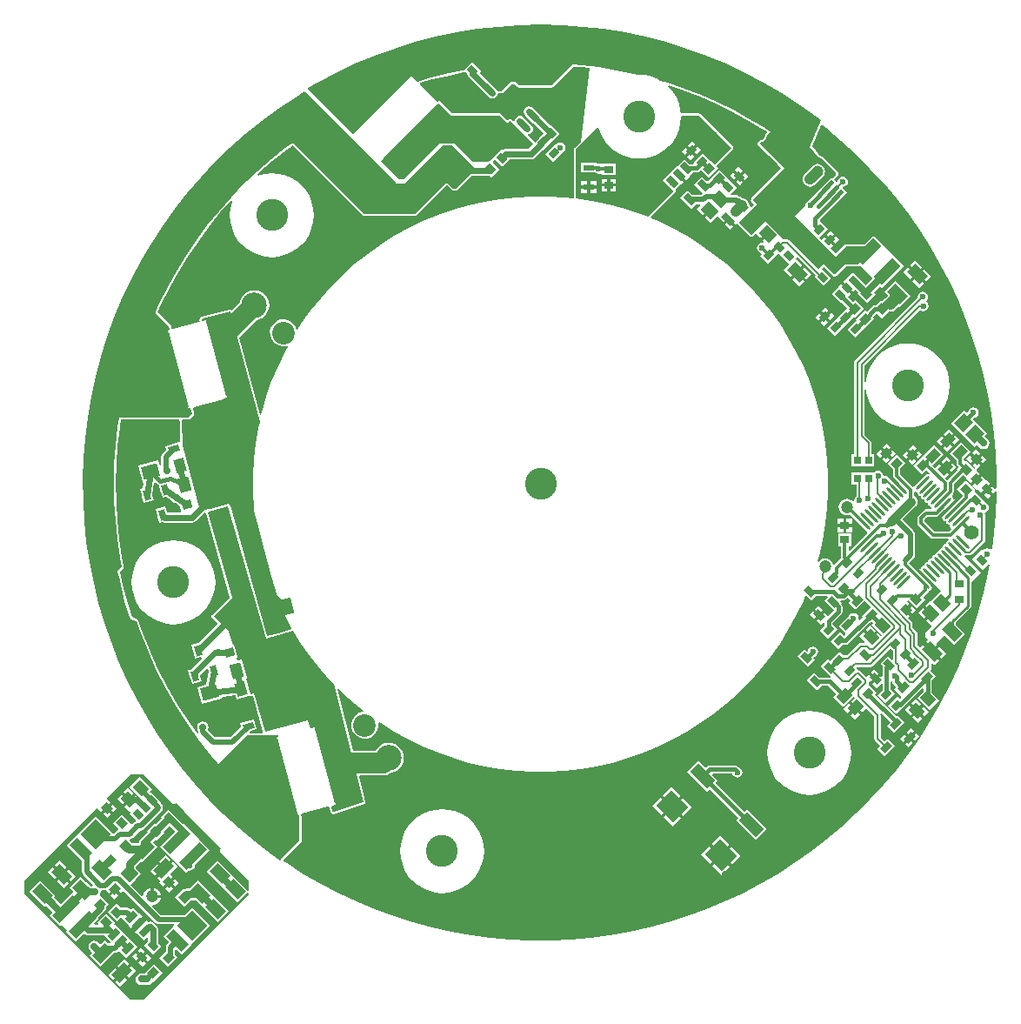
<source format=gbl>
G04 Layer_Physical_Order=2*
G04 Layer_Color=16711680*
%FSLAX44Y44*%
%MOMM*%
G71*
G01*
G75*
%ADD10C,0.3000*%
G04:AMPARAMS|DCode=11|XSize=1.4mm|YSize=1.1mm|CornerRadius=0mm|HoleSize=0mm|Usage=FLASHONLY|Rotation=135.000|XOffset=0mm|YOffset=0mm|HoleType=Round|Shape=Rectangle|*
%AMROTATEDRECTD11*
4,1,4,0.8839,-0.1061,0.1061,-0.8839,-0.8839,0.1061,-0.1061,0.8839,0.8839,-0.1061,0.0*
%
%ADD11ROTATEDRECTD11*%

G04:AMPARAMS|DCode=12|XSize=0.9mm|YSize=0.8mm|CornerRadius=0mm|HoleSize=0mm|Usage=FLASHONLY|Rotation=315.000|XOffset=0mm|YOffset=0mm|HoleType=Round|Shape=Rectangle|*
%AMROTATEDRECTD12*
4,1,4,-0.6010,0.0353,-0.0353,0.6010,0.6010,-0.0353,0.0353,-0.6010,-0.6010,0.0353,0.0*
%
%ADD12ROTATEDRECTD12*%

G04:AMPARAMS|DCode=13|XSize=0.9mm|YSize=0.7mm|CornerRadius=0mm|HoleSize=0mm|Usage=FLASHONLY|Rotation=315.000|XOffset=0mm|YOffset=0mm|HoleType=Round|Shape=Rectangle|*
%AMROTATEDRECTD13*
4,1,4,-0.5657,0.0707,-0.0707,0.5657,0.5657,-0.0707,0.0707,-0.5657,-0.5657,0.0707,0.0*
%
%ADD13ROTATEDRECTD13*%

G04:AMPARAMS|DCode=14|XSize=1.6mm|YSize=0.8mm|CornerRadius=0mm|HoleSize=0mm|Usage=FLASHONLY|Rotation=225.000|XOffset=0mm|YOffset=0mm|HoleType=Round|Shape=Rectangle|*
%AMROTATEDRECTD14*
4,1,4,0.2828,0.8485,0.8485,0.2828,-0.2828,-0.8485,-0.8485,-0.2828,0.2828,0.8485,0.0*
%
%ADD14ROTATEDRECTD14*%

G04:AMPARAMS|DCode=15|XSize=0.9mm|YSize=0.7mm|CornerRadius=0mm|HoleSize=0mm|Usage=FLASHONLY|Rotation=45.000|XOffset=0mm|YOffset=0mm|HoleType=Round|Shape=Rectangle|*
%AMROTATEDRECTD15*
4,1,4,-0.0707,-0.5657,-0.5657,-0.0707,0.0707,0.5657,0.5657,0.0707,-0.0707,-0.5657,0.0*
%
%ADD15ROTATEDRECTD15*%

%ADD22C,0.7000*%
%ADD23C,0.6000*%
%ADD24C,0.4000*%
%ADD26C,0.5000*%
%ADD27C,0.2000*%
%ADD28C,1.0000*%
%ADD29C,0.8000*%
%ADD30C,1.2000*%
%ADD31P,1.6971X4X360.0*%
G04:AMPARAMS|DCode=32|XSize=2.1001mm|YSize=1.05mm|CornerRadius=0mm|HoleSize=0mm|Usage=FLASHONLY|Rotation=225.000|XOffset=0mm|YOffset=0mm|HoleType=Round|Shape=Round|*
%AMOVALD32*
21,1,1.0500,1.0500,0.0000,0.0000,225.0*
1,1,1.0500,0.3712,0.3712*
1,1,1.0500,-0.3712,-0.3712*
%
%ADD32OVALD32*%

%ADD33C,2.2502*%
%ADD34C,3.1000*%
%ADD35P,1.9799X4X270.0*%
%ADD36C,1.4000*%
%ADD37C,2.2000*%
%ADD38C,0.7000*%
%ADD39C,0.6000*%
%ADD40C,0.8000*%
G04:AMPARAMS|DCode=41|XSize=0.9mm|YSize=0.8mm|CornerRadius=0mm|HoleSize=0mm|Usage=FLASHONLY|Rotation=45.000|XOffset=0mm|YOffset=0mm|HoleType=Round|Shape=Rectangle|*
%AMROTATEDRECTD41*
4,1,4,-0.0353,-0.6010,-0.6010,-0.0353,0.0353,0.6010,0.6010,0.0353,-0.0353,-0.6010,0.0*
%
%ADD41ROTATEDRECTD41*%

G04:AMPARAMS|DCode=42|XSize=2.6mm|YSize=1.1mm|CornerRadius=0mm|HoleSize=0mm|Usage=FLASHONLY|Rotation=60.000|XOffset=0mm|YOffset=0mm|HoleType=Round|Shape=Rectangle|*
%AMROTATEDRECTD42*
4,1,4,-0.1737,-1.4008,-1.1263,-0.8508,0.1737,1.4008,1.1263,0.8508,-0.1737,-1.4008,0.0*
%
%ADD42ROTATEDRECTD42*%

G04:AMPARAMS|DCode=43|XSize=1.7mm|YSize=1.1mm|CornerRadius=0mm|HoleSize=0mm|Usage=FLASHONLY|Rotation=225.000|XOffset=0mm|YOffset=0mm|HoleType=Round|Shape=Rectangle|*
%AMROTATEDRECTD43*
4,1,4,0.2121,0.9899,0.9899,0.2121,-0.2121,-0.9899,-0.9899,-0.2121,0.2121,0.9899,0.0*
%
%ADD43ROTATEDRECTD43*%

G04:AMPARAMS|DCode=44|XSize=2.6mm|YSize=1.1mm|CornerRadius=0mm|HoleSize=0mm|Usage=FLASHONLY|Rotation=45.000|XOffset=0mm|YOffset=0mm|HoleType=Round|Shape=Rectangle|*
%AMROTATEDRECTD44*
4,1,4,-0.5303,-1.3081,-1.3081,-0.5303,0.5303,1.3081,1.3081,0.5303,-0.5303,-1.3081,0.0*
%
%ADD44ROTATEDRECTD44*%

G04:AMPARAMS|DCode=45|XSize=2.3mm|YSize=1.55mm|CornerRadius=0mm|HoleSize=0mm|Usage=FLASHONLY|Rotation=195.000|XOffset=0mm|YOffset=0mm|HoleType=Round|Shape=Rectangle|*
%AMROTATEDRECTD45*
4,1,4,0.9102,1.0462,1.3114,-0.4510,-0.9102,-1.0462,-1.3114,0.4510,0.9102,1.0462,0.0*
%
%ADD45ROTATEDRECTD45*%

G04:AMPARAMS|DCode=46|XSize=7.5mm|YSize=2.2mm|CornerRadius=0mm|HoleSize=0mm|Usage=FLASHONLY|Rotation=225.000|XOffset=0mm|YOffset=0mm|HoleType=Round|Shape=Rectangle|*
%AMROTATEDRECTD46*
4,1,4,1.8738,3.4295,3.4295,1.8738,-1.8738,-3.4295,-3.4295,-1.8738,1.8738,3.4295,0.0*
%
%ADD46ROTATEDRECTD46*%

G04:AMPARAMS|DCode=47|XSize=1mm|YSize=0.6mm|CornerRadius=0mm|HoleSize=0mm|Usage=FLASHONLY|Rotation=105.000|XOffset=0mm|YOffset=0mm|HoleType=Round|Shape=Rectangle|*
%AMROTATEDRECTD47*
4,1,4,0.4192,-0.4053,-0.1604,-0.5606,-0.4192,0.4053,0.1604,0.5606,0.4192,-0.4053,0.0*
%
%ADD47ROTATEDRECTD47*%

G04:AMPARAMS|DCode=48|XSize=2mm|YSize=2.9mm|CornerRadius=0mm|HoleSize=0mm|Usage=FLASHONLY|Rotation=315.000|XOffset=0mm|YOffset=0mm|HoleType=Round|Shape=Rectangle|*
%AMROTATEDRECTD48*
4,1,4,-1.7324,-0.3182,0.3182,1.7324,1.7324,0.3182,-0.3182,-1.7324,-1.7324,-0.3182,0.0*
%
%ADD48ROTATEDRECTD48*%

G04:AMPARAMS|DCode=49|XSize=0.6mm|YSize=1.7mm|CornerRadius=0mm|HoleSize=0mm|Usage=FLASHONLY|Rotation=225.000|XOffset=0mm|YOffset=0mm|HoleType=Round|Shape=Round|*
%AMOVALD49*
21,1,1.1000,0.6000,0.0000,0.0000,315.0*
1,1,0.6000,-0.3889,0.3889*
1,1,0.6000,0.3889,-0.3889*
%
%ADD49OVALD49*%

G04:AMPARAMS|DCode=50|XSize=1.1mm|YSize=2.3mm|CornerRadius=0mm|HoleSize=0mm|Usage=FLASHONLY|Rotation=45.000|XOffset=0mm|YOffset=0mm|HoleType=Round|Shape=Rectangle|*
%AMROTATEDRECTD50*
4,1,4,0.4243,-1.2021,-1.2021,0.4243,-0.4243,1.2021,1.2021,-0.4243,0.4243,-1.2021,0.0*
%
%ADD50ROTATEDRECTD50*%

G04:AMPARAMS|DCode=51|XSize=2.1mm|YSize=2.3mm|CornerRadius=0mm|HoleSize=0mm|Usage=FLASHONLY|Rotation=45.000|XOffset=0mm|YOffset=0mm|HoleType=Round|Shape=Rectangle|*
%AMROTATEDRECTD51*
4,1,4,0.0707,-1.5556,-1.5556,0.0707,-0.0707,1.5556,1.5556,-0.0707,0.0707,-1.5556,0.0*
%
%ADD51ROTATEDRECTD51*%

G04:AMPARAMS|DCode=52|XSize=1.7mm|YSize=1.1mm|CornerRadius=0mm|HoleSize=0mm|Usage=FLASHONLY|Rotation=315.000|XOffset=0mm|YOffset=0mm|HoleType=Round|Shape=Rectangle|*
%AMROTATEDRECTD52*
4,1,4,-0.9899,0.2121,-0.2121,0.9899,0.9899,-0.2121,0.2121,-0.9899,-0.9899,0.2121,0.0*
%
%ADD52ROTATEDRECTD52*%

G04:AMPARAMS|DCode=53|XSize=1mm|YSize=2.1mm|CornerRadius=0mm|HoleSize=0mm|Usage=FLASHONLY|Rotation=45.000|XOffset=0mm|YOffset=0mm|HoleType=Round|Shape=Rectangle|*
%AMROTATEDRECTD53*
4,1,4,0.3889,-1.0960,-1.0960,0.3889,-0.3889,1.0960,1.0960,-0.3889,0.3889,-1.0960,0.0*
%
%ADD53ROTATEDRECTD53*%

%ADD54P,2.9699X4X90.0*%
G04:AMPARAMS|DCode=55|XSize=1.3mm|YSize=1mm|CornerRadius=0mm|HoleSize=0mm|Usage=FLASHONLY|Rotation=315.000|XOffset=0mm|YOffset=0mm|HoleType=Round|Shape=Rectangle|*
%AMROTATEDRECTD55*
4,1,4,-0.8132,0.1061,-0.1061,0.8132,0.8132,-0.1061,0.1061,-0.8132,-0.8132,0.1061,0.0*
%
%ADD55ROTATEDRECTD55*%

G04:AMPARAMS|DCode=56|XSize=0.65mm|YSize=1.1mm|CornerRadius=0mm|HoleSize=0mm|Usage=FLASHONLY|Rotation=135.000|XOffset=0mm|YOffset=0mm|HoleType=Round|Shape=Rectangle|*
%AMROTATEDRECTD56*
4,1,4,0.6187,0.1591,-0.1591,-0.6187,-0.6187,-0.1591,0.1591,0.6187,0.6187,0.1591,0.0*
%
%ADD56ROTATEDRECTD56*%

G04:AMPARAMS|DCode=57|XSize=0.65mm|YSize=0.9mm|CornerRadius=0mm|HoleSize=0mm|Usage=FLASHONLY|Rotation=225.000|XOffset=0mm|YOffset=0mm|HoleType=Round|Shape=Rectangle|*
%AMROTATEDRECTD57*
4,1,4,-0.0884,0.5480,0.5480,-0.0884,0.0884,-0.5480,-0.5480,0.0884,-0.0884,0.5480,0.0*
%
%ADD57ROTATEDRECTD57*%

G04:AMPARAMS|DCode=58|XSize=2.6mm|YSize=1.1mm|CornerRadius=0mm|HoleSize=0mm|Usage=FLASHONLY|Rotation=285.000|XOffset=0mm|YOffset=0mm|HoleType=Round|Shape=Rectangle|*
%AMROTATEDRECTD58*
4,1,4,-0.8677,1.1134,0.1948,1.3981,0.8677,-1.1134,-0.1948,-1.3981,-0.8677,1.1134,0.0*
%
%ADD58ROTATEDRECTD58*%

G04:AMPARAMS|DCode=59|XSize=1.3mm|YSize=1mm|CornerRadius=0mm|HoleSize=0mm|Usage=FLASHONLY|Rotation=105.000|XOffset=0mm|YOffset=0mm|HoleType=Round|Shape=Rectangle|*
%AMROTATEDRECTD59*
4,1,4,0.6512,-0.4984,-0.3147,-0.7573,-0.6512,0.4984,0.3147,0.7573,0.6512,-0.4984,0.0*
%
%ADD59ROTATEDRECTD59*%

G04:AMPARAMS|DCode=60|XSize=1.35mm|YSize=0.4001mm|CornerRadius=0mm|HoleSize=0mm|Usage=FLASHONLY|Rotation=225.000|XOffset=0mm|YOffset=0mm|HoleType=Round|Shape=Rectangle|*
%AMROTATEDRECTD60*
4,1,4,0.3359,0.6187,0.6187,0.3359,-0.3359,-0.6187,-0.6187,-0.3359,0.3359,0.6187,0.0*
%
%ADD60ROTATEDRECTD60*%

G04:AMPARAMS|DCode=61|XSize=0.9mm|YSize=0.8mm|CornerRadius=0mm|HoleSize=0mm|Usage=FLASHONLY|Rotation=15.000|XOffset=0mm|YOffset=0mm|HoleType=Round|Shape=Rectangle|*
%AMROTATEDRECTD61*
4,1,4,-0.3311,-0.5028,-0.5382,0.2699,0.3311,0.5028,0.5382,-0.2699,-0.3311,-0.5028,0.0*
%
%ADD61ROTATEDRECTD61*%

G04:AMPARAMS|DCode=62|XSize=1.6mm|YSize=1.25mm|CornerRadius=0mm|HoleSize=0mm|Usage=FLASHONLY|Rotation=15.000|XOffset=0mm|YOffset=0mm|HoleType=Round|Shape=Rectangle|*
%AMROTATEDRECTD62*
4,1,4,-0.6110,-0.8108,-0.9345,0.3967,0.6110,0.8108,0.9345,-0.3967,-0.6110,-0.8108,0.0*
%
%ADD62ROTATEDRECTD62*%

G04:AMPARAMS|DCode=63|XSize=1.4mm|YSize=1.1mm|CornerRadius=0mm|HoleSize=0mm|Usage=FLASHONLY|Rotation=105.000|XOffset=0mm|YOffset=0mm|HoleType=Round|Shape=Rectangle|*
%AMROTATEDRECTD63*
4,1,4,0.7124,-0.5338,-0.3501,-0.8185,-0.7124,0.5338,0.3501,0.8185,0.7124,-0.5338,0.0*
%
%ADD63ROTATEDRECTD63*%

G04:AMPARAMS|DCode=64|XSize=0.65mm|YSize=1.1mm|CornerRadius=0mm|HoleSize=0mm|Usage=FLASHONLY|Rotation=225.000|XOffset=0mm|YOffset=0mm|HoleType=Round|Shape=Rectangle|*
%AMROTATEDRECTD64*
4,1,4,-0.1591,0.6187,0.6187,-0.1591,0.1591,-0.6187,-0.6187,0.1591,-0.1591,0.6187,0.0*
%
%ADD64ROTATEDRECTD64*%

G04:AMPARAMS|DCode=65|XSize=1mm|YSize=0.6mm|CornerRadius=0mm|HoleSize=0mm|Usage=FLASHONLY|Rotation=225.000|XOffset=0mm|YOffset=0mm|HoleType=Round|Shape=Rectangle|*
%AMROTATEDRECTD65*
4,1,4,0.1414,0.5657,0.5657,0.1414,-0.1414,-0.5657,-0.5657,-0.1414,0.1414,0.5657,0.0*
%
%ADD65ROTATEDRECTD65*%

G04:AMPARAMS|DCode=66|XSize=1mm|YSize=0.6mm|CornerRadius=0mm|HoleSize=0mm|Usage=FLASHONLY|Rotation=135.000|XOffset=0mm|YOffset=0mm|HoleType=Round|Shape=Rectangle|*
%AMROTATEDRECTD66*
4,1,4,0.5657,-0.1414,0.1414,-0.5657,-0.5657,0.1414,-0.1414,0.5657,0.5657,-0.1414,0.0*
%
%ADD66ROTATEDRECTD66*%

G04:AMPARAMS|DCode=67|XSize=1.05mm|YSize=0.6mm|CornerRadius=0mm|HoleSize=0mm|Usage=FLASHONLY|Rotation=135.000|XOffset=0mm|YOffset=0mm|HoleType=Round|Shape=Rectangle|*
%AMROTATEDRECTD67*
4,1,4,0.5834,-0.1591,0.1591,-0.5834,-0.5834,0.1591,-0.1591,0.5834,0.5834,-0.1591,0.0*
%
%ADD67ROTATEDRECTD67*%

G04:AMPARAMS|DCode=68|XSize=1.05mm|YSize=0.6mm|CornerRadius=0mm|HoleSize=0mm|Usage=FLASHONLY|Rotation=225.000|XOffset=0mm|YOffset=0mm|HoleType=Round|Shape=Rectangle|*
%AMROTATEDRECTD68*
4,1,4,0.1591,0.5834,0.5834,0.1591,-0.1591,-0.5834,-0.5834,-0.1591,0.1591,0.5834,0.0*
%
%ADD68ROTATEDRECTD68*%

%ADD69R,1.0500X0.6000*%
G04:AMPARAMS|DCode=70|XSize=0.9mm|YSize=1.2mm|CornerRadius=0mm|HoleSize=0mm|Usage=FLASHONLY|Rotation=315.000|XOffset=0mm|YOffset=0mm|HoleType=Round|Shape=Rectangle|*
%AMROTATEDRECTD70*
4,1,4,-0.7425,-0.1061,0.1061,0.7425,0.7425,0.1061,-0.1061,-0.7425,-0.7425,-0.1061,0.0*
%
%ADD70ROTATEDRECTD70*%

G04:AMPARAMS|DCode=71|XSize=1.4mm|YSize=1.2mm|CornerRadius=0mm|HoleSize=0mm|Usage=FLASHONLY|Rotation=225.000|XOffset=0mm|YOffset=0mm|HoleType=Round|Shape=Rectangle|*
%AMROTATEDRECTD71*
4,1,4,0.0707,0.9192,0.9192,0.0707,-0.0707,-0.9192,-0.9192,-0.0707,0.0707,0.9192,0.0*
%
%ADD71ROTATEDRECTD71*%

%ADD72R,0.9000X0.8000*%
G04:AMPARAMS|DCode=73|XSize=0.6mm|YSize=1.2mm|CornerRadius=0mm|HoleSize=0mm|Usage=FLASHONLY|Rotation=225.000|XOffset=0mm|YOffset=0mm|HoleType=Round|Shape=Rectangle|*
%AMROTATEDRECTD73*
4,1,4,-0.2121,0.6364,0.6364,-0.2121,0.2121,-0.6364,-0.6364,0.2121,-0.2121,0.6364,0.0*
%
%ADD73ROTATEDRECTD73*%

G04:AMPARAMS|DCode=74|XSize=0.3mm|YSize=1.8mm|CornerRadius=0mm|HoleSize=0mm|Usage=FLASHONLY|Rotation=135.000|XOffset=0mm|YOffset=0mm|HoleType=Round|Shape=Round|*
%AMOVALD74*
21,1,1.5000,0.3000,0.0000,0.0000,225.0*
1,1,0.3000,0.5303,0.5303*
1,1,0.3000,-0.5303,-0.5303*
%
%ADD74OVALD74*%

G04:AMPARAMS|DCode=75|XSize=0.3mm|YSize=1.8mm|CornerRadius=0mm|HoleSize=0mm|Usage=FLASHONLY|Rotation=225.000|XOffset=0mm|YOffset=0mm|HoleType=Round|Shape=Round|*
%AMOVALD75*
21,1,1.5000,0.3000,0.0000,0.0000,315.0*
1,1,0.3000,-0.5303,0.5303*
1,1,0.3000,0.5303,-0.5303*
%
%ADD75OVALD75*%

%ADD76R,0.9000X0.7000*%
G04:AMPARAMS|DCode=77|XSize=1.3mm|YSize=1mm|CornerRadius=0mm|HoleSize=0mm|Usage=FLASHONLY|Rotation=45.000|XOffset=0mm|YOffset=0mm|HoleType=Round|Shape=Rectangle|*
%AMROTATEDRECTD77*
4,1,4,-0.1061,-0.8132,-0.8132,-0.1061,0.1061,0.8132,0.8132,0.1061,-0.1061,-0.8132,0.0*
%
%ADD77ROTATEDRECTD77*%

%ADD78C,2.5000*%
G04:AMPARAMS|DCode=79|XSize=2.8mm|YSize=1mm|CornerRadius=0mm|HoleSize=0mm|Usage=FLASHONLY|Rotation=45.000|XOffset=0mm|YOffset=0mm|HoleType=Round|Shape=Rectangle|*
%AMROTATEDRECTD79*
4,1,4,-0.6364,-1.3435,-1.3435,-0.6364,0.6364,1.3435,1.3435,0.6364,-0.6364,-1.3435,0.0*
%
%ADD79ROTATEDRECTD79*%

G04:AMPARAMS|DCode=80|XSize=7.5mm|YSize=2.2mm|CornerRadius=0mm|HoleSize=0mm|Usage=FLASHONLY|Rotation=105.000|XOffset=0mm|YOffset=0mm|HoleType=Round|Shape=Rectangle|*
%AMROTATEDRECTD80*
4,1,4,2.0331,-3.3375,-0.0920,-3.9069,-2.0331,3.3375,0.0920,3.9069,2.0331,-3.3375,0.0*
%
%ADD80ROTATEDRECTD80*%

%ADD81R,0.7000X0.8000*%
G04:AMPARAMS|DCode=82|XSize=1.05mm|YSize=0.6mm|CornerRadius=0mm|HoleSize=0mm|Usage=FLASHONLY|Rotation=15.000|XOffset=0mm|YOffset=0mm|HoleType=Round|Shape=Rectangle|*
%AMROTATEDRECTD82*
4,1,4,-0.4295,-0.4257,-0.5848,0.1539,0.4295,0.4257,0.5848,-0.1539,-0.4295,-0.4257,0.0*
%
%ADD82ROTATEDRECTD82*%

%ADD83C,3.0000*%
G04:AMPARAMS|DCode=84|XSize=1.5mm|YSize=1.4mm|CornerRadius=0mm|HoleSize=0mm|Usage=FLASHONLY|Rotation=45.000|XOffset=0mm|YOffset=0mm|HoleType=Round|Shape=Rectangle|*
%AMROTATEDRECTD84*
4,1,4,-0.0353,-1.0253,-1.0253,-0.0353,0.0353,1.0253,1.0253,0.0353,-0.0353,-1.0253,0.0*
%
%ADD84ROTATEDRECTD84*%

%ADD85C,0.6500*%
%ADD86C,0.1500*%
%ADD87C,1.1000*%
%ADD88C,0.9000*%
%ADD89C,0.2500*%
%ADD90C,2.0000*%
G36*
X-228802Y381319D02*
X-228592Y381235D01*
X-139743Y292386D01*
X-139706Y292353D01*
X-139623Y292297D01*
X-139531Y292259D01*
X-139433Y292241D01*
X-139383Y292238D01*
X-132936D01*
X-132887Y292241D01*
X-132790Y292260D01*
X-132699Y292298D01*
X-132617Y292353D01*
X-132580Y292386D01*
X-132580D01*
X-95372Y329594D01*
X-85647D01*
X-64851Y308797D01*
Y304972D01*
X-82233Y287589D01*
X-85357D01*
X-91217Y293449D01*
X-96814Y287852D01*
X-97535Y287589D01*
X-97581D01*
X-97581Y287589D01*
X-97630Y287587D01*
X-97630Y287587D01*
X-97726Y287568D01*
X-97727Y287568D01*
X-97817Y287531D01*
X-97818Y287530D01*
X-97899Y287476D01*
X-97935Y287443D01*
X-97935Y287443D01*
X-97935Y287443D01*
X-122335Y263044D01*
X-171609Y263044D01*
X-240626Y332061D01*
X-240694Y332118D01*
X-240855Y332192D01*
X-241031Y332206D01*
X-241202Y332158D01*
X-241278Y332112D01*
X-248461Y326773D01*
X-262468Y315632D01*
X-275977Y303891D01*
X-285762Y294608D01*
X-290533Y290533D01*
X-294699Y285656D01*
X-294737Y285594D01*
X-301396Y278700D01*
X-313258Y265297D01*
X-324525Y251390D01*
X-335174Y237005D01*
X-345187Y222170D01*
X-354543Y206912D01*
X-363225Y191261D01*
X-371217Y175246D01*
X-374659Y167744D01*
X-374949Y167112D01*
X-374949Y167112D01*
X-374975Y167041D01*
X-374975Y167041D01*
X-374993Y166891D01*
X-374992Y166890D01*
X-374965Y166742D01*
X-374965Y166741D01*
X-374895Y166608D01*
X-374845Y166551D01*
X-374845Y166551D01*
X-374845Y166551D01*
X-361784Y153489D01*
X-360827Y149888D01*
X-363106Y149277D01*
X-342919Y73935D01*
X-341665Y74271D01*
X-340566Y73635D01*
X-339266Y68740D01*
X-343338Y64668D01*
X-409357Y64668D01*
X-409870Y64668D01*
X-409975Y64686D01*
X-409975Y64686D01*
X-410184Y64655D01*
X-410184Y64655D01*
X-410362Y64541D01*
X-410362Y64540D01*
X-410477Y64364D01*
X-410504Y64261D01*
X-410505Y64261D01*
X-410505Y64261D01*
X-410588Y63686D01*
X-411812Y55266D01*
X-413835Y37201D01*
X-415066Y19065D01*
X-415503Y892D01*
X-415144Y-17282D01*
X-413991Y-35423D01*
X-412046Y-53497D01*
X-409311Y-71468D01*
X-407650Y-80404D01*
X-407650Y-80404D01*
X-407650D01*
X-408512Y-81266D01*
X-411178Y-83932D01*
X-411179Y-83933D01*
X-411179Y-83933D01*
X-411181Y-83935D01*
X-411181Y-83935D01*
X-411704Y-84458D01*
X-411704Y-84458D01*
X-411745Y-84504D01*
X-411745Y-84504D01*
X-411809Y-84611D01*
X-411809Y-84611D01*
X-411844Y-84730D01*
X-411850Y-84854D01*
X-411841Y-84915D01*
X-411841Y-84916D01*
X-411841Y-84916D01*
X-410599Y-90729D01*
X-407870Y-102300D01*
X-404815Y-113789D01*
X-401437Y-125188D01*
X-399627Y-130850D01*
X-399627Y-130850D01*
X-399627Y-130850D01*
X-399627Y-130851D01*
X-399608Y-130899D01*
X-399555Y-130990D01*
X-399555Y-130991D01*
X-399484Y-131069D01*
X-399483Y-131069D01*
X-399397Y-131131D01*
X-399397Y-131131D01*
X-399350Y-131155D01*
X-399350Y-131155D01*
X-399350D01*
X-398628Y-131470D01*
X-398628Y-131470D01*
X-398597Y-131483D01*
X-393386Y-133757D01*
X-390039Y-143224D01*
X-382663Y-161901D01*
X-374394Y-180201D01*
X-365251Y-198079D01*
X-355254Y-215495D01*
X-344427Y-232408D01*
X-332796Y-248777D01*
X-320388Y-264566D01*
X-314258Y-271808D01*
X-313901Y-272231D01*
X-313901Y-272231D01*
X-313901Y-272231D01*
X-313828Y-272300D01*
X-313649Y-272388D01*
X-313450Y-272399D01*
X-313450Y-272400D01*
X-313262Y-272333D01*
X-313262Y-272333D01*
X-313181Y-272273D01*
X-313181Y-272273D01*
X-312783Y-271875D01*
X-312783D01*
X-312726Y-271819D01*
X-285360Y-244456D01*
X-255654D01*
X-255177Y-246266D01*
X-256991Y-246752D01*
X-236803Y-322094D01*
X-236196Y-321932D01*
X-235098Y-322569D01*
X-234556Y-324627D01*
Y-347187D01*
X-252768Y-365399D01*
X-252936Y-365523D01*
X-253874Y-366080D01*
X-262167Y-360329D01*
X-278216Y-348087D01*
X-293693Y-335131D01*
X-308568Y-321488D01*
X-322811Y-307184D01*
X-336390Y-292251D01*
X-349280Y-276717D01*
X-361452Y-260616D01*
X-372884Y-243981D01*
X-383550Y-226845D01*
X-393429Y-209243D01*
X-402501Y-191212D01*
X-410747Y-172788D01*
X-418150Y-154010D01*
X-424696Y-134917D01*
X-430370Y-115546D01*
X-435160Y-95938D01*
X-439059Y-76133D01*
X-442056Y-56173D01*
X-444146Y-36096D01*
X-445325Y-15946D01*
X-445591Y4236D01*
X-444941Y24411D01*
X-443380Y44535D01*
X-440908Y64567D01*
X-437532Y84468D01*
X-433258Y104195D01*
X-428095Y123708D01*
X-422053Y142967D01*
X-415146Y161933D01*
X-407387Y180567D01*
X-398792Y198830D01*
X-389379Y216685D01*
X-379167Y234096D01*
X-368177Y251026D01*
X-356432Y267442D01*
X-343955Y283309D01*
X-330773Y298594D01*
X-316911Y313267D01*
X-302400Y327296D01*
X-287268Y340655D01*
X-271547Y353314D01*
X-255269Y365249D01*
X-238466Y376434D01*
X-229821Y381640D01*
X-228802Y381319D01*
D02*
G37*
G36*
X-273365Y60616D02*
X-274728Y54647D01*
X-277360Y39157D01*
X-279119Y23543D01*
X-280000Y7856D01*
Y-7856D01*
X-279119Y-23543D01*
X-277360Y-39157D01*
X-274728Y-54647D01*
X-271232Y-69965D01*
X-266882Y-85063D01*
X-261693Y-99893D01*
X-255680Y-114409D01*
X-248863Y-128566D01*
X-242302Y-140436D01*
X-242799Y-141605D01*
X-255660Y-145056D01*
X-266014Y-147644D01*
X-302183Y-21054D01*
X-302357Y-20715D01*
X-302524Y-20374D01*
X-302538Y-20362D01*
X-302547Y-20346D01*
X-302837Y-20100D01*
X-303122Y-19849D01*
X-303134Y-19845D01*
X-303349Y-19092D01*
X-321299Y-24078D01*
X-323508Y-24667D01*
X-323513Y-24669D01*
X-323518Y-24670D01*
X-323630Y-24726D01*
X-328805Y-26163D01*
X-330050Y-26578D01*
X-331171Y-25980D01*
X-348604Y37477D01*
X-349311Y60811D01*
X-348067Y62629D01*
X-343338D01*
X-342558Y62784D01*
X-341896Y63226D01*
X-337824Y67298D01*
X-337677Y67519D01*
X-337502Y67717D01*
X-337458Y67846D01*
X-337382Y67960D01*
X-337330Y68220D01*
X-337244Y68470D01*
X-337253Y68606D01*
X-337226Y68740D01*
X-337278Y69000D01*
X-337295Y69264D01*
X-338595Y74159D01*
X-338554Y74192D01*
X-337565Y74943D01*
X-309006Y82732D01*
Y82732D01*
X-308808Y83075D01*
X-305247Y84029D01*
X-325435Y159372D01*
X-329603Y158255D01*
X-329980Y159637D01*
X-329338Y160733D01*
X-301935Y167584D01*
X-273365Y60616D01*
D02*
G37*
G36*
X139286Y382910D02*
X155202Y376740D01*
X170846Y369908D01*
X186189Y362428D01*
X201207Y354311D01*
X215881Y345566D01*
X220139Y342844D01*
X220288Y341583D01*
X218899Y340141D01*
X218800Y339988D01*
X218671Y339859D01*
X218587Y339656D01*
X218469Y339472D01*
X218436Y339292D01*
X218367Y339124D01*
Y339080D01*
X217984Y337159D01*
X217109Y335849D01*
X215799Y334973D01*
X214096Y334634D01*
X213893Y334551D01*
X213679Y334504D01*
X213529Y334400D01*
X213361Y334330D01*
X213206Y334175D01*
X213025Y334050D01*
X211722Y332698D01*
X211517Y332379D01*
X211306Y332063D01*
X211302Y332044D01*
X211292Y332028D01*
X211225Y331654D01*
X211151Y331282D01*
X211154Y331264D01*
X211151Y331245D01*
X211232Y330874D01*
X211306Y330502D01*
X211317Y330486D01*
X211320Y330468D01*
X211537Y330157D01*
X211748Y329840D01*
X234348Y307241D01*
X205778Y278671D01*
X205749Y278628D01*
X205707Y278596D01*
X205529Y278298D01*
X205336Y278010D01*
X205326Y277958D01*
X205299Y277913D01*
X204905Y276807D01*
X204855Y276463D01*
X204787Y276122D01*
X204797Y276071D01*
X204790Y276020D01*
X204874Y275683D01*
X204942Y275342D01*
X204971Y275299D01*
X204984Y275248D01*
X205191Y274969D01*
X205384Y274681D01*
X207829Y272236D01*
X205030Y269438D01*
X203281Y271188D01*
X203042Y273003D01*
X202337Y274706D01*
X201215Y276168D01*
X199752Y277290D01*
X198049Y277995D01*
X196234Y278234D01*
X194101Y280368D01*
X193739Y280006D01*
X192675Y280718D01*
X190919Y281067D01*
X185853D01*
X185367Y282240D01*
X191272Y288146D01*
X182433Y296985D01*
X182787Y297338D01*
X174302Y305824D01*
X168570Y300092D01*
X168236Y299869D01*
X163172Y294804D01*
X161633D01*
X157155Y299283D01*
X149730Y291858D01*
X158282Y283306D01*
X158233Y282809D01*
X156845Y281420D01*
X148147D01*
X143719Y285848D01*
X136295Y278423D01*
X146901Y267817D01*
X151329Y272244D01*
X155270D01*
X155756Y271071D01*
X151972Y267286D01*
X157657Y261601D01*
X163342Y267286D01*
X165463Y265165D01*
X159778Y259480D01*
X165463Y253795D01*
X171583Y259915D01*
X172831Y259862D01*
X177809Y254884D01*
X181726Y258801D01*
X182787Y257740D01*
X183848Y258801D01*
X189886Y252762D01*
X190040Y252915D01*
X191497Y253020D01*
X203523Y240994D01*
X204184Y240552D01*
X204965Y240397D01*
X205745Y240552D01*
X206407Y240994D01*
X206407Y240994D01*
X209306Y243893D01*
X214225Y238974D01*
X219910Y244659D01*
X222032Y242538D01*
X216346Y236852D01*
X217326Y235873D01*
X216701Y234702D01*
X215668Y234908D01*
X213717Y234520D01*
X212063Y233414D01*
X210958Y231761D01*
X210570Y229810D01*
X210958Y227859D01*
X212063Y226205D01*
X213717Y225100D01*
X214636Y224917D01*
X215054Y223539D01*
X213900Y222385D01*
X221678Y214607D01*
X230870Y223799D01*
X231975Y223401D01*
X241802Y213575D01*
X236471Y208243D01*
X243216Y201497D01*
X248902Y207182D01*
X254587Y212867D01*
X248223Y219231D01*
X249921Y220929D01*
X267598Y203252D01*
X266402Y202056D01*
X275595Y192863D01*
X283020Y200288D01*
X273857Y209450D01*
X275772Y211364D01*
X284651Y202485D01*
X284651Y202485D01*
X285312Y202043D01*
X285313Y202043D01*
X285498Y201966D01*
X285855Y201895D01*
X286278Y201811D01*
X286478D01*
X287259Y201966D01*
X287444Y202043D01*
X287444Y202043D01*
X287444Y202043D01*
X287686Y202204D01*
X288105Y202485D01*
X288106Y202485D01*
X288176Y202556D01*
X288176Y202556D01*
X288176Y202556D01*
X297331Y211710D01*
X308999Y211710D01*
X309044Y211710D01*
X309148Y211730D01*
X309153Y211729D01*
X309251Y211749D01*
X309448Y211748D01*
X309545Y211767D01*
X309643Y211807D01*
X309648Y211807D01*
X309734Y211843D01*
X309825Y211861D01*
X309829Y211864D01*
X309933Y211884D01*
X310025Y211922D01*
X310113Y211981D01*
X310117Y211982D01*
X310195Y212034D01*
X310281Y212070D01*
X310285Y212073D01*
X310382Y212114D01*
X310464Y212169D01*
X311569Y211671D01*
X311657Y211602D01*
X313248Y210011D01*
X313248Y210011D01*
X321734Y201525D01*
X321734Y201525D01*
X323252Y200007D01*
X316888Y193643D01*
X316784Y193747D01*
X316680Y193643D01*
X308902Y201421D01*
X308463Y201714D01*
X304233Y205945D01*
X297897Y199609D01*
X297515Y199991D01*
X294482Y196957D01*
X299460Y191980D01*
X304438Y187001D01*
X306310Y188873D01*
X309110Y186073D01*
X308299Y185262D01*
X317491Y176070D01*
X325976Y184555D01*
X324458Y186073D01*
X330822Y192437D01*
X332340Y190919D01*
X353553Y212132D01*
X342947Y222739D01*
X333047Y232638D01*
X323855Y241831D01*
X315084Y233060D01*
X297838D01*
X297715Y233035D01*
X297590Y233045D01*
X296381Y232897D01*
X296119Y232811D01*
X295848Y232757D01*
X295744Y232688D01*
X295626Y232649D01*
X295416Y232468D01*
X295187Y232315D01*
X287085Y224214D01*
X282194Y229105D01*
X284992Y231903D01*
X280721Y236174D01*
X276451Y240445D01*
X273652Y237647D01*
X271206Y240093D01*
X279661Y248548D01*
X272482Y255726D01*
X272359Y257399D01*
X292267Y277307D01*
X292490Y277640D01*
X298399Y283550D01*
X294098Y287851D01*
X294104Y287961D01*
X294599Y289146D01*
X296107Y289447D01*
X297761Y290552D01*
X298866Y292206D01*
X299254Y294156D01*
X298866Y296107D01*
X297761Y297761D01*
X296107Y298866D01*
X294156Y299254D01*
X292206Y298866D01*
X290552Y297761D01*
X289447Y296107D01*
X289146Y294599D01*
X287961Y294104D01*
X287851Y294099D01*
X285702Y296248D01*
X285702Y296248D01*
X289196Y299742D01*
X289639Y300404D01*
X289794Y301184D01*
Y302636D01*
X289723Y302991D01*
X289665Y303348D01*
X289636Y303427D01*
X289616Y303458D01*
X289609Y303495D01*
X289408Y303796D01*
X289218Y304104D01*
X289188Y304125D01*
X289167Y304156D01*
X275214Y318109D01*
X274552Y318552D01*
X272592Y319364D01*
X270250Y321161D01*
X268453Y323503D01*
X267641Y325463D01*
X267199Y326125D01*
X264641Y328682D01*
X273178Y348768D01*
X274406Y349091D01*
X277976Y346351D01*
X292819Y333896D01*
X307105Y320806D01*
X313955Y313955D01*
X320806Y307105D01*
X333896Y292819D01*
X346351Y277976D01*
X358147Y262604D01*
X369260Y246732D01*
X379671Y230390D01*
X389359Y213610D01*
X398306Y196423D01*
X406495Y178862D01*
X413910Y160961D01*
X420537Y142753D01*
X426364Y124274D01*
X431379Y105558D01*
X435572Y86641D01*
X438937Y67559D01*
X441466Y48348D01*
X443155Y29046D01*
X444000Y9688D01*
Y-4448D01*
X442730Y-4974D01*
X439849Y-2093D01*
X436638Y-5303D01*
X440556Y-9221D01*
X442730Y-7046D01*
X444000Y-7573D01*
Y-9688D01*
X443155Y-29046D01*
X441466Y-48348D01*
X439542Y-62967D01*
X438179Y-63584D01*
X437212Y-62937D01*
X434871Y-62472D01*
X432530Y-62937D01*
X430545Y-64264D01*
X430535Y-64279D01*
X429271Y-64404D01*
X428860Y-63993D01*
X419668Y-73186D01*
X430275Y-83792D01*
X435823Y-78244D01*
X436950Y-78830D01*
X435572Y-86641D01*
X431379Y-105558D01*
X426364Y-124274D01*
X420537Y-142753D01*
X413910Y-160961D01*
X406495Y-178862D01*
X398306Y-196423D01*
X389359Y-213610D01*
X379671Y-230390D01*
X369260Y-246732D01*
X358147Y-262604D01*
X346351Y-277976D01*
X333896Y-292819D01*
X320806Y-307105D01*
X313955Y-313955D01*
X307105Y-320806D01*
X292819Y-333896D01*
X277976Y-346351D01*
X262604Y-358147D01*
X246732Y-369260D01*
X230390Y-379671D01*
X213610Y-389359D01*
X196423Y-398306D01*
X178862Y-406495D01*
X160961Y-413910D01*
X142753Y-420537D01*
X124274Y-426364D01*
X105558Y-431379D01*
X86641Y-435572D01*
X67559Y-438937D01*
X48348Y-441466D01*
X29046Y-443155D01*
X9688Y-444000D01*
X-9688D01*
X-29046Y-443155D01*
X-48348Y-441466D01*
X-67559Y-438937D01*
X-86641Y-435572D01*
X-105558Y-431379D01*
X-124274Y-426364D01*
X-142753Y-420537D01*
X-160961Y-413910D01*
X-178862Y-406495D01*
X-196423Y-398306D01*
X-213610Y-389359D01*
X-230390Y-379671D01*
X-246732Y-369260D01*
X-250048Y-366938D01*
X-250159Y-365673D01*
X-233114Y-348629D01*
X-232672Y-347967D01*
X-232517Y-347187D01*
Y-324627D01*
X-232568Y-324370D01*
X-232584Y-324108D01*
X-233126Y-322050D01*
X-233111Y-322021D01*
X-232492Y-321050D01*
X-232282Y-320883D01*
X-206986Y-314105D01*
X-206729Y-314142D01*
X-205684Y-314681D01*
X-205674Y-314688D01*
X-204442Y-319250D01*
X-204429Y-319277D01*
X-204426Y-319307D01*
X-204253Y-319632D01*
X-204089Y-319963D01*
X-204067Y-319983D01*
X-204052Y-320010D01*
X-203768Y-320244D01*
X-203490Y-320487D01*
X-203461Y-320496D01*
X-203438Y-320516D01*
X-202319Y-321116D01*
X-202290Y-321125D01*
X-202267Y-321144D01*
X-201911Y-321241D01*
X-201558Y-321349D01*
X-201528Y-321346D01*
X-201499Y-321354D01*
X-201134Y-321308D01*
X-200766Y-321272D01*
X-200740Y-321258D01*
X-200710Y-321254D01*
X-171889Y-311647D01*
X-171652Y-311512D01*
X-171399Y-311407D01*
X-171309Y-311317D01*
X-171198Y-311253D01*
X-171030Y-311037D01*
X-170837Y-310844D01*
X-170788Y-310726D01*
X-170710Y-310625D01*
X-170638Y-310361D01*
X-170534Y-310109D01*
X-170534Y-309981D01*
X-170500Y-309857D01*
X-170534Y-309586D01*
X-170534Y-309313D01*
X-171949Y-302242D01*
X-171969Y-302192D01*
X-171972Y-302139D01*
X-176408Y-284718D01*
X-175629Y-283715D01*
X-152818D01*
X-149685Y-283303D01*
X-146766Y-282094D01*
X-145156Y-280858D01*
X-144000Y-280706D01*
X-140473Y-279245D01*
X-137444Y-276921D01*
X-135120Y-273892D01*
X-133659Y-270364D01*
X-133160Y-266579D01*
X-133659Y-262794D01*
X-135120Y-259267D01*
X-137444Y-256238D01*
X-140473Y-253914D01*
X-144000Y-252453D01*
X-147785Y-251954D01*
X-151571Y-252453D01*
X-155098Y-253914D01*
X-158127Y-256238D01*
X-160451Y-259267D01*
X-160551Y-259508D01*
X-182828D01*
X-198053Y-199723D01*
X-196908Y-199071D01*
X-192435Y-203545D01*
X-180719Y-214015D01*
X-172443Y-220614D01*
X-172837Y-221822D01*
X-173397Y-221847D01*
X-176661Y-222876D01*
X-179548Y-224715D01*
X-181861Y-227239D01*
X-183441Y-230275D01*
X-184182Y-233617D01*
X-184033Y-237036D01*
X-183004Y-240301D01*
X-181164Y-243188D01*
X-178641Y-245500D01*
X-175604Y-247081D01*
X-172263Y-247822D01*
X-168843Y-247672D01*
X-165578Y-246643D01*
X-162691Y-244804D01*
X-160379Y-242280D01*
X-158798Y-239244D01*
X-158058Y-235902D01*
X-158200Y-232630D01*
X-157489Y-231960D01*
X-157223Y-231766D01*
X-155621Y-232903D01*
X-142317Y-241262D01*
X-128566Y-248863D01*
X-114409Y-255680D01*
X-99893Y-261693D01*
X-85063Y-266882D01*
X-69965Y-271232D01*
X-54647Y-274728D01*
X-39157Y-277360D01*
X-23543Y-279119D01*
X-7856Y-280000D01*
X7856Y-280000D01*
X23543Y-279119D01*
X39157Y-277360D01*
X54647Y-274728D01*
X69965Y-271232D01*
X85063Y-266882D01*
X99893Y-261693D01*
X114409Y-255680D01*
X128566Y-248863D01*
X142317Y-241262D01*
X155621Y-232903D01*
X168435Y-223811D01*
X180719Y-214015D01*
X192435Y-203545D01*
X197990Y-197990D01*
X203545Y-192435D01*
X214015Y-180719D01*
X223811Y-168435D01*
X232903Y-155621D01*
X241262Y-142317D01*
X248863Y-128566D01*
X255680Y-114409D01*
X257772Y-109359D01*
X259018Y-109111D01*
X263397Y-113491D01*
X267915Y-108973D01*
X278984D01*
X279470Y-110146D01*
X276479Y-113137D01*
X285835Y-122494D01*
Y-122761D01*
X279987Y-128610D01*
X276507Y-125130D01*
X272590Y-129047D01*
X268672Y-132964D01*
X272943Y-137235D01*
X275019Y-135159D01*
X276290Y-135685D01*
Y-138075D01*
X271883Y-142482D01*
X279661Y-150260D01*
X288853Y-141068D01*
X284446Y-136661D01*
Y-135686D01*
X292798Y-127335D01*
X293682Y-126011D01*
X293992Y-124451D01*
X293992Y-124451D01*
Y-119501D01*
X293682Y-117940D01*
X292798Y-116617D01*
X293449Y-115965D01*
X291630Y-114146D01*
X292116Y-112973D01*
X294863D01*
X294863Y-112973D01*
X296424Y-112662D01*
X297747Y-111778D01*
X297747Y-111778D01*
X299106Y-110420D01*
X301879Y-113193D01*
X299636Y-115435D01*
X306708Y-122506D01*
X315682Y-113532D01*
X322046Y-119896D01*
X313071Y-128870D01*
X313723Y-129522D01*
X310839Y-132406D01*
X309669Y-131780D01*
X309861Y-130815D01*
X309473Y-128864D01*
X308368Y-127210D01*
X306714Y-126105D01*
X304763Y-125717D01*
X302812Y-126105D01*
X301158Y-127210D01*
X300534Y-128144D01*
X300344Y-128163D01*
X300344D01*
X290091Y-138416D01*
X296562Y-144887D01*
X296685Y-146560D01*
X295515Y-147730D01*
X291682Y-143896D01*
X282489Y-153089D01*
X290267Y-160867D01*
X294674Y-156460D01*
X296631D01*
X296631Y-156460D01*
X298192Y-156149D01*
X299515Y-155265D01*
X319491Y-135290D01*
X320143Y-135941D01*
X322385Y-133699D01*
X323800Y-135113D01*
X322087Y-136825D01*
X332652Y-147390D01*
X331620Y-148423D01*
X328126Y-144929D01*
X322794Y-150260D01*
X321734Y-149200D01*
X320673Y-150260D01*
X314281Y-143868D01*
X310010Y-148139D01*
X315506Y-153635D01*
X315020Y-154808D01*
X311652D01*
X311652Y-154808D01*
X310481Y-155041D01*
X309489Y-155704D01*
X309489Y-155704D01*
X298193Y-167000D01*
X294987D01*
X290974Y-162988D01*
X281782Y-172181D01*
X279837Y-170236D01*
X272766Y-177307D01*
X282665Y-187206D01*
X282040Y-188376D01*
X281429Y-188255D01*
X281428Y-188255D01*
X270986D01*
X266402Y-183671D01*
X259331Y-190742D01*
X269585Y-200995D01*
X274168Y-196411D01*
X279739D01*
X287737Y-204409D01*
X284611Y-207536D01*
X294510Y-217435D01*
X304532Y-207413D01*
X305919Y-207823D01*
X305966Y-208044D01*
X302613Y-211397D01*
X307945Y-216728D01*
X313277Y-222060D01*
X317124Y-218212D01*
X325039Y-226127D01*
Y-248194D01*
X325039Y-248195D01*
X325272Y-249365D01*
X325935Y-250357D01*
X330531Y-254954D01*
X327744Y-257740D01*
X334815Y-264811D01*
X344715Y-254912D01*
X337644Y-247841D01*
X334857Y-250628D01*
X331156Y-246928D01*
Y-224860D01*
X331156Y-224860D01*
X330985Y-223997D01*
X332056Y-223272D01*
X340416Y-231633D01*
X337290Y-234759D01*
X344361Y-241831D01*
X354260Y-231931D01*
X347189Y-224860D01*
X346184Y-225865D01*
X325325Y-205006D01*
X327037Y-203293D01*
X319259Y-195515D01*
X319335Y-195240D01*
X319428Y-195100D01*
X319661Y-193929D01*
X319661Y-193929D01*
Y-192820D01*
X320931Y-192294D01*
X320998Y-192361D01*
X323855Y-189505D01*
X319584Y-185234D01*
X317151Y-187667D01*
X311876Y-182392D01*
X310883Y-181729D01*
X310512Y-181655D01*
X309359Y-181373D01*
X307403Y-179417D01*
X308022Y-178239D01*
X321208D01*
X321208Y-178239D01*
X322379Y-178006D01*
X323371Y-177343D01*
X340513Y-160201D01*
X343070Y-162758D01*
Y-170998D01*
X341897Y-171484D01*
X337997Y-167584D01*
X330926Y-174655D01*
X333203Y-176932D01*
X333168Y-176984D01*
X332858Y-178545D01*
X332858Y-178545D01*
Y-186892D01*
X331685Y-187378D01*
X330954Y-186648D01*
X327037Y-190565D01*
X323120Y-194483D01*
X327391Y-198754D01*
X331685Y-194459D01*
X332858Y-194945D01*
Y-200301D01*
X327744Y-205415D01*
X335522Y-213193D01*
X344715Y-204000D01*
X341015Y-200301D01*
Y-192854D01*
X342285Y-192135D01*
X342404Y-192206D01*
Y-192333D01*
X342404Y-192333D01*
X342714Y-193894D01*
X343599Y-195217D01*
X346427Y-198045D01*
X344538Y-199934D01*
X351009Y-206406D01*
X351132Y-208078D01*
X349963Y-209248D01*
X347543Y-206829D01*
X338351Y-216021D01*
X346129Y-223799D01*
X351459Y-218469D01*
X351932Y-218375D01*
X353255Y-217491D01*
X371636Y-199110D01*
X372810Y-199596D01*
Y-202068D01*
X366635Y-208243D01*
X378656Y-220264D01*
X388555Y-210364D01*
X380966Y-202775D01*
Y-191083D01*
X384843Y-187206D01*
X379101Y-181465D01*
X379758Y-180808D01*
X380421Y-179815D01*
X380654Y-178645D01*
X380654Y-178645D01*
Y-175187D01*
X381827Y-174701D01*
X383605Y-176480D01*
X388230Y-171855D01*
X380423Y-164049D01*
X372617Y-156242D01*
X369477Y-159383D01*
X366976Y-156882D01*
Y-146129D01*
X366976Y-146129D01*
X366743Y-144958D01*
X366080Y-143966D01*
X366080Y-143966D01*
X362269Y-140154D01*
Y-135765D01*
X362036Y-134594D01*
X361373Y-133602D01*
X361373Y-133602D01*
X357866Y-130094D01*
X359592Y-128368D01*
X354614Y-123390D01*
X355675Y-122329D01*
X354614Y-121269D01*
X359239Y-116644D01*
X357262Y-114668D01*
X357680Y-113290D01*
X357904Y-113245D01*
X365928Y-121269D01*
X374413Y-112783D01*
X372340Y-110711D01*
X377290Y-105761D01*
X378064Y-104603D01*
X378154Y-104150D01*
X378607Y-104060D01*
X379765Y-103286D01*
X380538Y-102128D01*
X380697Y-101330D01*
X380777Y-101346D01*
X382353Y-101033D01*
X382418Y-100990D01*
X379962Y-98533D01*
X379765Y-98239D01*
X377290Y-95764D01*
X377290Y-95764D01*
X377290Y-95764D01*
D01*
X374462Y-92936D01*
X376485Y-90912D01*
X381789Y-96215D01*
X382083Y-96412D01*
X385247Y-99576D01*
X385247Y-99576D01*
X388718Y-103047D01*
X389616Y-103945D01*
X379391Y-114170D01*
X379009Y-113788D01*
X374385Y-118412D01*
X378302Y-122329D01*
X377595Y-123037D01*
X380424Y-125865D01*
X380070Y-126219D01*
X381131Y-127279D01*
X375446Y-132964D01*
X380749Y-138268D01*
X374767Y-144250D01*
Y-148492D01*
X377567Y-151293D01*
X374738Y-154121D01*
X381484Y-160867D01*
X386109Y-156242D01*
X385048Y-155182D01*
X393151Y-147078D01*
X402697Y-156624D01*
X413304Y-146018D01*
X403915Y-136629D01*
Y-135344D01*
X418122Y-121137D01*
X418840Y-120062D01*
X419092Y-118794D01*
Y-95681D01*
X428507Y-86267D01*
X412913Y-70674D01*
X413539Y-69503D01*
X413657Y-69527D01*
X417900D01*
X417900Y-69527D01*
X419071Y-69294D01*
X420063Y-68631D01*
X432084Y-56610D01*
X432747Y-55618D01*
X432980Y-54447D01*
Y-32527D01*
X432980Y-32527D01*
X432747Y-31356D01*
X432717Y-31312D01*
X432898Y-30406D01*
X432509Y-28455D01*
X432850Y-27633D01*
X433289Y-27335D01*
X434940Y-26232D01*
X436045Y-24578D01*
X436433Y-22627D01*
X436045Y-20677D01*
X434940Y-19023D01*
X433286Y-17917D01*
X432758Y-17813D01*
X432396Y-16617D01*
Y-16617D01*
X423203Y-7425D01*
X422957Y-6257D01*
X423203Y-6010D01*
X414011Y3182D01*
X405526Y-5303D01*
X410796Y-10574D01*
Y-11957D01*
X406422Y-16331D01*
X405158Y-16207D01*
X404903Y-15826D01*
X403567Y-14933D01*
X401990Y-14619D01*
X401910Y-14635D01*
X401752Y-13837D01*
X400978Y-12679D01*
X400841Y-12588D01*
X400680Y-10953D01*
X401332Y-10302D01*
X402105Y-9144D01*
X402377Y-7778D01*
Y-64D01*
X411231Y8790D01*
X414304Y5718D01*
X414661Y4596D01*
X415076Y4182D01*
X418579Y679D01*
X423203Y5303D01*
X427828Y9928D01*
X424794Y12962D01*
X424565Y13191D01*
X424590Y13785D01*
X424590Y13785D01*
X424618Y14439D01*
X425142Y14964D01*
X428181Y18003D01*
X424264Y21920D01*
X420700Y18356D01*
X423175Y15882D01*
X423232Y14955D01*
X423059Y14553D01*
X422898Y14362D01*
X422660Y14332D01*
X414011Y22981D01*
X413546Y22516D01*
X412276Y23042D01*
Y24782D01*
X418961Y31466D01*
X409768Y40659D01*
X398455Y29345D01*
X405139Y22661D01*
Y19799D01*
X405411Y18433D01*
X406184Y17276D01*
X407245Y16215D01*
X405526Y14496D01*
X406184Y13837D01*
X396285Y3938D01*
X395729Y3883D01*
X393935Y5677D01*
X397776Y9518D01*
X392798Y14496D01*
X387820Y19474D01*
X383979Y15633D01*
X381533Y18080D01*
X392091Y28638D01*
X382898Y37830D01*
X372292Y27224D01*
X372292Y27224D01*
X363099Y18031D01*
X371585Y9546D01*
X375779Y13740D01*
X379117Y10402D01*
X378951Y10046D01*
X378368Y9355D01*
X377242Y9579D01*
X375876Y9307D01*
X374718Y8534D01*
X364112Y-2073D01*
X363737Y-2634D01*
X362258Y-2891D01*
X362172Y-2864D01*
X356077Y3230D01*
X350051Y9256D01*
Y14882D01*
X355321Y20152D01*
X346836Y28638D01*
X337644Y19445D01*
X342914Y14175D01*
Y7778D01*
X342961Y7540D01*
X343138Y6281D01*
X343074Y6237D01*
X343762Y5549D01*
X343959Y5254D01*
X345727Y3487D01*
X351030Y-1817D01*
X349006Y-3840D01*
X343703Y1463D01*
X343408Y1660D01*
X340449Y4619D01*
X340355Y4600D01*
X339879Y4779D01*
X338773Y6433D01*
X337119Y7538D01*
X335169Y7926D01*
X333988Y7692D01*
X333902Y7778D01*
X333514Y9729D01*
X332409Y11383D01*
X330755Y12488D01*
X328804Y12876D01*
X326853Y12488D01*
X325925Y11868D01*
X325199Y11383D01*
X325118Y11303D01*
X324955Y11142D01*
X324955Y11142D01*
X313955D01*
Y11142D01*
X302955D01*
Y-858D01*
X307361D01*
Y-12294D01*
X306815Y-12659D01*
X305710Y-14312D01*
X305322Y-16263D01*
X305364Y-16477D01*
X304177Y-17016D01*
X304105Y-16922D01*
X302434Y-15639D01*
X300487Y-14833D01*
X298399Y-14558D01*
X296311Y-14833D01*
X294364Y-15639D01*
X292693Y-16922D01*
X291411Y-18593D01*
X290605Y-20539D01*
X290330Y-22627D01*
X290605Y-24716D01*
X291411Y-26662D01*
X292693Y-28333D01*
X294364Y-29615D01*
X296311Y-30422D01*
X298399Y-30696D01*
X300487Y-30422D01*
X301453Y-30021D01*
X306836Y-35404D01*
X306836Y-35404D01*
X317442Y-46010D01*
X318003Y-46385D01*
X318270Y-47915D01*
X313525Y-52659D01*
X306836Y-59349D01*
X301020Y-65165D01*
X299846Y-64679D01*
Y-60376D01*
X302778D01*
Y-48376D01*
X289778D01*
Y-60376D01*
X292709D01*
Y-71418D01*
X292816Y-71954D01*
X286259Y-78511D01*
X285862Y-78514D01*
X284825Y-78149D01*
X284174Y-76576D01*
X282892Y-74904D01*
X281220Y-73622D01*
X279274Y-72816D01*
X277186Y-72541D01*
X275097Y-72816D01*
X273151Y-73622D01*
X271480Y-74904D01*
X270920Y-75635D01*
X269766Y-75052D01*
X271232Y-69965D01*
X274728Y-54647D01*
X277360Y-39157D01*
X279119Y-23543D01*
X280000Y-7856D01*
Y7856D01*
X279119Y23543D01*
X277360Y39157D01*
X274728Y54647D01*
X271232Y69965D01*
X266882Y85063D01*
X261693Y99893D01*
X255680Y114409D01*
X248863Y128566D01*
X241262Y142317D01*
X232903Y155621D01*
X223811Y168435D01*
X214015Y180719D01*
X203545Y192435D01*
X197990Y197990D01*
X192435Y203545D01*
X180719Y214015D01*
X168435Y223811D01*
X155621Y232903D01*
X142317Y241262D01*
X128566Y248863D01*
X114409Y255680D01*
X107608Y258497D01*
X107360Y259743D01*
X131168Y283550D01*
X131610Y284212D01*
X131765Y284992D01*
X131610Y285773D01*
X131332Y286188D01*
X136266Y291123D01*
X136648Y290741D01*
X139682Y293775D01*
X133997Y299460D01*
X136118Y301581D01*
X141803Y295896D01*
X144837Y298929D01*
X144455Y299311D01*
X148303Y303160D01*
X151674D01*
X151674Y303160D01*
X153235Y303470D01*
X154558Y304354D01*
X155378Y305174D01*
X156870Y304870D01*
X163695Y298046D01*
X172888Y307238D01*
X170794Y309331D01*
X187411Y325948D01*
X187853Y326610D01*
X188008Y327391D01*
X187853Y328171D01*
X187411Y328832D01*
X172980Y343264D01*
X172812Y343376D01*
X172670Y343517D01*
X172507Y343627D01*
X172398Y343790D01*
X172256Y343932D01*
X172144Y344099D01*
X156298Y359945D01*
X155637Y360387D01*
X154856Y360542D01*
X137465D01*
X137274Y360626D01*
X136514Y361212D01*
X136305Y361515D01*
X136288Y361571D01*
X136115Y363766D01*
X134618Y370003D01*
X132163Y375929D01*
X128812Y381398D01*
X124646Y386275D01*
X124113Y386731D01*
X124753Y387855D01*
X139286Y382910D01*
D02*
G37*
G36*
X20644Y446515D02*
X41243Y445085D01*
X61755Y442706D01*
X82135Y439381D01*
X102339Y435119D01*
X122325Y429929D01*
X142050Y423820D01*
X161472Y416808D01*
X180550Y408906D01*
X199242Y400131D01*
X217508Y390503D01*
X235311Y380041D01*
X252612Y368768D01*
X269373Y356707D01*
X273086Y353766D01*
X262226Y328213D01*
X265757Y324683D01*
X266672Y322474D01*
X268796Y319706D01*
X271563Y317582D01*
X273772Y316668D01*
X287725Y302714D01*
X287754Y302636D01*
Y301184D01*
X284260Y297689D01*
X283550Y298399D01*
X277640Y292490D01*
X277307Y292267D01*
X261325Y276285D01*
X261093Y276239D01*
X259439Y275134D01*
X258334Y273480D01*
X257946Y271529D01*
X257971Y271401D01*
X247493Y260922D01*
X287085Y221330D01*
X296629Y230873D01*
X297838Y231021D01*
X318390D01*
X319608Y231021D01*
X320448Y230369D01*
X320594Y230247D01*
X322373Y228468D01*
X322403Y228389D01*
Y226938D01*
X309362Y213897D01*
X309362Y213897D01*
X309327Y213862D01*
X309244Y213806D01*
X309153Y213768D01*
X309055Y213749D01*
X309006Y213750D01*
X296486Y213750D01*
X286735Y203998D01*
X286735D01*
X286664Y203927D01*
X286478Y203850D01*
X286278D01*
X286093Y203927D01*
X275772Y214248D01*
X270513Y208989D01*
X242579Y236922D01*
X241587Y237585D01*
X240416Y237818D01*
X240416Y237818D01*
X236645D01*
X232282Y242181D01*
X232638Y242538D01*
X219910Y255266D01*
X219554Y254909D01*
X218496Y255967D01*
X204965Y242436D01*
X192939Y254462D01*
X210712Y272236D01*
X206826Y276122D01*
X207220Y277229D01*
X237232Y307241D01*
X213190Y331282D01*
X214494Y332634D01*
X216595Y333052D01*
X218579Y334378D01*
X219905Y336363D01*
X220371Y338704D01*
X220366Y338726D01*
X224180Y342681D01*
X224179Y342681D01*
X223088Y343379D01*
X216952Y347302D01*
X202214Y356085D01*
X187122Y364242D01*
X171701Y371760D01*
X155979Y378626D01*
X139983Y384827D01*
X123741Y390353D01*
X116380Y392517D01*
X114300Y393793D01*
X108374Y396247D01*
X102137Y397744D01*
X95742Y398248D01*
X95193Y398205D01*
X90635Y399340D01*
X73829Y402786D01*
X56893Y405525D01*
X39857Y407552D01*
X31312Y408297D01*
X31311Y408297D01*
X31303Y408264D01*
X31278Y408200D01*
X31244Y408140D01*
X31203Y408085D01*
X31178Y408061D01*
X10963Y387845D01*
X10962Y387845D01*
X10927Y387810D01*
X10845Y387755D01*
X10754Y387717D01*
X10656Y387698D01*
X10607Y387698D01*
X-20502D01*
X-20502Y387698D01*
X-20552Y387697D01*
X-20651Y387716D01*
X-20744Y387754D01*
X-20827Y387810D01*
X-24250Y391233D01*
X-25659D01*
X-25809Y391384D01*
X-25960Y391233D01*
X-29490D01*
X-38535Y382188D01*
X-38535Y382189D01*
X-38570Y382153D01*
X-38652Y382098D01*
X-38744Y382060D01*
X-38841Y382041D01*
X-38891Y382041D01*
X-40301D01*
X-40301Y382041D01*
X-40351Y382041D01*
X-40450Y382060D01*
X-40542Y382098D01*
X-40626Y382153D01*
X-40661Y382188D01*
X-58692Y400220D01*
X-57629Y401283D01*
X-66821Y410476D01*
X-74600Y402697D01*
X-74600Y402697D01*
X-74600Y402697D01*
X-75728Y402369D01*
X-89142Y399676D01*
X-106086Y395516D01*
X-119950Y391479D01*
X-125865Y397394D01*
X-182433Y340826D01*
X-183540Y341220D01*
X-226420Y384100D01*
X-226260Y385360D01*
X-217509Y390503D01*
X-199242Y400131D01*
X-180550Y408906D01*
X-161472Y416808D01*
X-142050Y423820D01*
X-122325Y429929D01*
X-102339Y435119D01*
X-82135Y439381D01*
X-61755Y442706D01*
X-41243Y445085D01*
X-20644Y446515D01*
X-0Y446992D01*
X20644Y446515D01*
D02*
G37*
G36*
X-351686Y62329D02*
X-351427Y61890D01*
X-351244Y61377D01*
X-351306Y61231D01*
X-351309Y60989D01*
X-351349Y60749D01*
X-350763Y41425D01*
X-351544Y40515D01*
X-365550Y36762D01*
X-364544Y33007D01*
X-368111Y29439D01*
X-369106Y27951D01*
X-369455Y26195D01*
Y18407D01*
X-370725Y18239D01*
X-371970Y22886D01*
X-391289Y17710D01*
X-387018Y1772D01*
X-387018D01*
X-386438Y1238D01*
X-387444Y-4284D01*
X-390025Y-4975D01*
X-388373Y-11140D01*
X-388367Y-11518D01*
X-388118Y-12092D01*
X-386402Y-18498D01*
X-376742Y-15910D01*
X-378204Y-10454D01*
X-376126Y957D01*
X-374920Y1356D01*
X-373336Y-124D01*
X-373057Y-297D01*
X-372825Y-530D01*
X-372387Y-712D01*
X-371984Y-962D01*
X-371659Y-1015D01*
X-371385Y-1129D01*
X-370058Y-6084D01*
X-370067Y-6317D01*
X-369802Y-7038D01*
X-368049Y-13580D01*
X-364086Y-12518D01*
X-359027Y-16202D01*
X-358226Y-17400D01*
X-356407Y-18616D01*
X-355448Y-18807D01*
X-350865Y-22143D01*
X-349718Y-26421D01*
X-350491Y-27429D01*
X-363816D01*
X-363823Y-27423D01*
X-365237Y-22144D01*
X-374896Y-24733D01*
X-373127Y-31336D01*
X-372965Y-32151D01*
X-372871Y-32291D01*
X-371273Y-38256D01*
X-367644Y-37283D01*
X-365928Y-37625D01*
X-339411D01*
X-337460Y-37237D01*
X-335807Y-36132D01*
X-327627Y-27952D01*
X-326892Y-27748D01*
X-326686Y-27769D01*
X-326467Y-27870D01*
X-325471Y-28672D01*
X-302803Y-110415D01*
X-319640Y-127252D01*
X-320082Y-127913D01*
X-320237Y-128693D01*
X-320082Y-129474D01*
X-319640Y-130135D01*
X-314024Y-135752D01*
X-333144Y-154872D01*
X-339837Y-156666D01*
X-338067Y-163269D01*
X-337905Y-164084D01*
X-337811Y-164224D01*
X-336213Y-170189D01*
X-330278Y-168598D01*
X-329643Y-169698D01*
X-340023Y-180079D01*
X-340388Y-180625D01*
X-343060Y-181341D01*
X-341291Y-187944D01*
X-341129Y-188759D01*
X-341035Y-188900D01*
X-339436Y-194864D01*
X-329777Y-192276D01*
X-331321Y-186515D01*
Y-185795D01*
X-325023Y-179497D01*
X-323796Y-179826D01*
X-323246Y-181879D01*
X-325768Y-195728D01*
X-333750Y-197867D01*
X-329480Y-213805D01*
X-310161Y-208629D01*
X-310362Y-207880D01*
X-309654Y-206825D01*
X-296954Y-205213D01*
X-295839Y-209375D01*
X-283800Y-206150D01*
X-283793Y-206156D01*
X-283732Y-206181D01*
X-283682Y-206225D01*
X-283366Y-206332D01*
X-283058Y-206460D01*
X-282991Y-206460D01*
X-282928Y-206481D01*
X-282596Y-206459D01*
X-282262Y-206459D01*
X-280049Y-206016D01*
X-270106Y-241146D01*
X-270768Y-242250D01*
X-271005Y-242416D01*
X-283091D01*
X-283577Y-241243D01*
X-282628Y-240294D01*
X-276124Y-238552D01*
X-278712Y-228892D01*
X-292718Y-232645D01*
X-291712Y-236401D01*
X-301746Y-246435D01*
X-317257D01*
X-324041Y-239651D01*
X-323624Y-239027D01*
X-323197Y-236881D01*
X-323624Y-234735D01*
X-324839Y-232915D01*
X-326659Y-231700D01*
X-328805Y-231273D01*
X-330951Y-231700D01*
X-332770Y-232915D01*
X-333985Y-234735D01*
X-334412Y-236881D01*
X-333985Y-239027D01*
X-333393Y-239914D01*
Y-241375D01*
X-333158Y-242554D01*
X-334351Y-243068D01*
X-342736Y-231267D01*
X-353510Y-214438D01*
X-363458Y-197106D01*
X-372556Y-179316D01*
X-380785Y-161107D01*
X-388129Y-142509D01*
X-391464Y-133077D01*
X-391482Y-133047D01*
X-391488Y-133012D01*
X-391684Y-132706D01*
X-391870Y-132393D01*
X-391898Y-132372D01*
X-391917Y-132342D01*
X-392216Y-132135D01*
X-392507Y-131917D01*
X-392542Y-131908D01*
X-392571Y-131888D01*
X-397781Y-129614D01*
X-397782Y-129614D01*
X-397783Y-129614D01*
X-397813Y-129601D01*
X-397897Y-129564D01*
X-399488Y-124587D01*
X-402852Y-113237D01*
X-405892Y-101804D01*
X-408610Y-90282D01*
X-409672Y-85309D01*
X-407070Y-82708D01*
X-407070Y-82708D01*
X-407070Y-82708D01*
X-406208Y-81846D01*
X-406208Y-81846D01*
X-406104Y-81690D01*
X-405969Y-81558D01*
X-405885Y-81362D01*
X-405766Y-81185D01*
X-405729Y-81000D01*
X-405655Y-80827D01*
X-405653Y-80613D01*
X-405611Y-80404D01*
X-405648Y-80220D01*
X-405645Y-80031D01*
X-407300Y-71128D01*
X-410023Y-53234D01*
X-411959Y-35249D01*
X-413106Y-17197D01*
X-413463Y888D01*
X-413029Y18971D01*
X-411804Y37019D01*
X-409789Y55006D01*
X-408681Y62629D01*
X-351991Y62629D01*
X-351686Y62329D01*
D02*
G37*
G36*
X-358965Y-310881D02*
X-358964Y-310881D01*
X-357972Y-311544D01*
X-356801Y-311777D01*
X-355631Y-311544D01*
X-354639Y-310881D01*
X-347685Y-317835D01*
X-311235Y-354285D01*
X-311898Y-355277D01*
X-312131Y-356448D01*
X-311898Y-357618D01*
X-311235Y-358611D01*
X-283666Y-386179D01*
X-283666Y-395513D01*
X-284936Y-396040D01*
X-298513Y-382463D01*
X-299333Y-381488D01*
X-299333Y-381488D01*
X-299333Y-381488D01*
X-314183Y-366639D01*
X-324789Y-377245D01*
X-309940Y-392094D01*
X-309729Y-392460D01*
Y-392460D01*
X-294879Y-407309D01*
X-285527Y-397957D01*
X-284180Y-398406D01*
X-284086Y-399065D01*
X-386874Y-501854D01*
X-399340D01*
X-502549Y-398646D01*
Y-386179D01*
X-431581Y-315212D01*
X-427844Y-318949D01*
X-423219Y-314325D01*
X-418595Y-309700D01*
X-422332Y-305963D01*
X-399340Y-282971D01*
X-386874D01*
X-358965Y-310881D01*
D02*
G37*
G36*
X-267373Y-150309D02*
X-240732Y-143162D01*
X-232903Y-155621D01*
X-223811Y-168435D01*
X-214015Y-180719D01*
X-203545Y-192435D01*
X-201490Y-194490D01*
X-173948Y-302642D01*
X-172534Y-309713D01*
X-201355Y-319320D01*
X-202474Y-318719D01*
X-203705Y-314156D01*
X-203071Y-313056D01*
X-199132Y-312000D01*
X-219320Y-236658D01*
X-224260Y-237982D01*
X-226274Y-230517D01*
X-267993Y-241123D01*
X-278600Y-203647D01*
X-282662Y-204459D01*
X-286609Y-189731D01*
X-286170Y-188298D01*
X-286170Y-188298D01*
X-290829Y-170912D01*
X-295151Y-172070D01*
X-295966Y-169234D01*
X-295341Y-168128D01*
X-295053Y-168051D01*
X-298159Y-156460D01*
X-299531Y-156828D01*
X-303349Y-143543D01*
X-318198Y-128693D01*
X-300520Y-111016D01*
X-323614Y-27740D01*
X-322983Y-26637D01*
X-304144Y-21614D01*
X-267373Y-150309D01*
D02*
G37*
G36*
X397699Y-25053D02*
X392395Y-30357D01*
X392199Y-30651D01*
X389743Y-33107D01*
X389807Y-33150D01*
X391384Y-33464D01*
X391464Y-33448D01*
X391622Y-34246D01*
X392396Y-35404D01*
X393554Y-36177D01*
X394892Y-36444D01*
X395158Y-37782D01*
X395931Y-38939D01*
X397089Y-39713D01*
X398427Y-39979D01*
X398693Y-41317D01*
X399467Y-42475D01*
X399604Y-42566D01*
X399765Y-44201D01*
X397635Y-46331D01*
X383718D01*
X374092Y-36706D01*
Y-34712D01*
X376952Y-31853D01*
X385373D01*
X386739Y-31581D01*
X387624Y-30990D01*
X387624Y-30990D01*
X387897Y-30808D01*
X395675Y-23030D01*
X397699Y-25053D01*
D02*
G37*
G36*
X365269Y-7893D02*
X366607Y-8159D01*
X366874Y-9497D01*
X367647Y-10655D01*
X368805Y-11429D01*
X370143Y-11695D01*
X370409Y-13033D01*
X371183Y-14191D01*
X372340Y-14964D01*
X373678Y-15230D01*
X373945Y-16568D01*
X374718Y-17726D01*
X375876Y-18500D01*
X377214Y-18766D01*
X377480Y-20104D01*
X378254Y-21262D01*
X379411Y-22035D01*
X380545Y-22261D01*
X380974Y-23453D01*
X380412Y-24716D01*
X375474D01*
X374108Y-24987D01*
X372950Y-25761D01*
X368001Y-30711D01*
X367227Y-31868D01*
X366955Y-33234D01*
Y-38184D01*
X367227Y-39549D01*
X368001Y-40707D01*
X379716Y-52423D01*
X380874Y-53196D01*
X382240Y-53468D01*
X396497D01*
X397391Y-54738D01*
X397298Y-54998D01*
X397089Y-55039D01*
X395931Y-55813D01*
X395158Y-56971D01*
X394892Y-58309D01*
X393554Y-58575D01*
X392396Y-59349D01*
X391622Y-60506D01*
X391356Y-61844D01*
X390018Y-62111D01*
X388860Y-62884D01*
X388087Y-64042D01*
X387821Y-65380D01*
X386483Y-65646D01*
X385325Y-66420D01*
X384551Y-67577D01*
X384285Y-68915D01*
X382947Y-69181D01*
X381789Y-69955D01*
X381016Y-71113D01*
X380750Y-72451D01*
X379411Y-72717D01*
X378254Y-73491D01*
X377480Y-74648D01*
X377214Y-75986D01*
X375876Y-76253D01*
X374718Y-77026D01*
X373945Y-78184D01*
X373678Y-79522D01*
X372340Y-79788D01*
X371183Y-80562D01*
X370409Y-81719D01*
X370250Y-82517D01*
X370170Y-82501D01*
X368594Y-82815D01*
X367258Y-83708D01*
X367003Y-84089D01*
X365739Y-84214D01*
X358709Y-77183D01*
X363162Y-72730D01*
X364156Y-71242D01*
X364506Y-69486D01*
Y-48790D01*
X364156Y-47035D01*
X363162Y-45546D01*
X352241Y-34625D01*
X355361Y-31506D01*
X355361Y-31506D01*
X364957Y-21910D01*
X365999Y-20552D01*
X366654Y-18971D01*
X366877Y-17274D01*
X366654Y-15577D01*
X365999Y-13996D01*
X364957Y-12638D01*
X363890Y-11819D01*
Y-8499D01*
X365160Y-7820D01*
X365269Y-7893D01*
D02*
G37*
G36*
X154856Y358503D02*
X170702Y342658D01*
X171037Y342157D01*
X171538Y341822D01*
X185969Y327391D01*
X169352Y310773D01*
X165816Y314309D01*
X165816Y314309D01*
X158038Y322087D01*
X148846Y312895D01*
X149155Y312586D01*
X148629Y311316D01*
X145121D01*
X140184Y316254D01*
X133466Y309536D01*
X133466Y309536D01*
X126042Y302111D01*
X119324Y295394D01*
X123391Y291327D01*
X124382Y289844D01*
X125864Y288854D01*
X129726Y284992D01*
X104513Y259779D01*
X99893Y261693D01*
X85063Y266882D01*
X69965Y271232D01*
X54647Y274728D01*
X39157Y277360D01*
X34648Y277868D01*
Y325976D01*
X55279Y346607D01*
X56501Y346263D01*
X56867Y344740D01*
X59321Y338815D01*
X62673Y333345D01*
X66839Y328468D01*
X71716Y324302D01*
X77185Y320951D01*
X83111Y318496D01*
X89348Y316999D01*
X95742Y316496D01*
X102137Y316999D01*
X108374Y318496D01*
X114300Y320951D01*
X119768Y324302D01*
X124646Y328468D01*
X128812Y333345D01*
X132163Y338815D01*
X134618Y344740D01*
X136115Y350977D01*
X136618Y357372D01*
X136603Y357570D01*
X137465Y358503D01*
X154856D01*
D02*
G37*
G36*
X-86974Y358503D02*
X-39598D01*
X-32173Y351078D01*
X-29699Y353553D01*
X-7071Y330926D01*
X-11873Y326124D01*
X-33941D01*
X-35892Y325736D01*
X-36591Y325269D01*
X-38184D01*
X-38537Y325623D01*
X-46315Y317845D01*
X-45962Y317491D01*
X-48790Y314662D01*
X-49144Y315016D01*
X-50912Y313248D01*
X-65761D01*
X-84146Y331633D01*
X-98288D01*
X-133643Y296278D01*
X-137886D01*
X-155563Y313955D01*
X-98995Y370524D01*
X-86974Y358503D01*
D02*
G37*
G36*
X39648Y405523D02*
X47466Y404593D01*
X39104Y333316D01*
X33206Y327418D01*
X32764Y326757D01*
X32609Y325976D01*
Y279051D01*
X31662Y278204D01*
X23543Y279119D01*
X7856Y280000D01*
X-7856D01*
X-23543Y279119D01*
X-39157Y277360D01*
X-54647Y274728D01*
X-69965Y271232D01*
X-85063Y266882D01*
X-99893Y261693D01*
X-114409Y255680D01*
X-128566Y248863D01*
X-142317Y241262D01*
X-155621Y232903D01*
X-168435Y223811D01*
X-180719Y214015D01*
X-192435Y203545D01*
X-197990Y197990D01*
X-203545Y192435D01*
X-214015Y180719D01*
X-223811Y168435D01*
X-232903Y155621D01*
X-236328Y150170D01*
X-237716Y150348D01*
X-238432Y152620D01*
X-240271Y155506D01*
X-242795Y157819D01*
X-245831Y159400D01*
X-249173Y160140D01*
X-252593Y159991D01*
X-255857Y158962D01*
X-258744Y157123D01*
X-261057Y154599D01*
X-262637Y151563D01*
X-263378Y148221D01*
X-263229Y144801D01*
X-262199Y141537D01*
X-260360Y138650D01*
X-257837Y136337D01*
X-254800Y134757D01*
X-251459Y134016D01*
X-248039Y134165D01*
X-246920Y134518D01*
X-246116Y133535D01*
X-248863Y128566D01*
X-255680Y114409D01*
X-261693Y99893D01*
X-266882Y85063D01*
X-271232Y69965D01*
X-271805Y67453D01*
X-273075Y67430D01*
X-293084Y142348D01*
X-275730Y159701D01*
X-274815Y159822D01*
X-271287Y161283D01*
X-268259Y163607D01*
X-265934Y166636D01*
X-264473Y170163D01*
X-263975Y173948D01*
X-264473Y177733D01*
X-265934Y181261D01*
X-268259Y184290D01*
X-271287Y186614D01*
X-274815Y188075D01*
X-278600Y188573D01*
X-282385Y188075D01*
X-285913Y186614D01*
X-288942Y184290D01*
X-291266Y181261D01*
X-292727Y177733D01*
X-292847Y176818D01*
X-300595Y169070D01*
X-300603Y169077D01*
X-300885Y169333D01*
X-300901Y169338D01*
X-300914Y169349D01*
X-301276Y169473D01*
X-301634Y169601D01*
X-301651Y169601D01*
X-301667Y169606D01*
X-302048Y169581D01*
X-302429Y169563D01*
X-329833Y162712D01*
X-329843Y162707D01*
X-329854Y162706D01*
X-330203Y162537D01*
X-330552Y162372D01*
X-330560Y162364D01*
X-330570Y162359D01*
X-330826Y162069D01*
X-331087Y161783D01*
X-331091Y161772D01*
X-331098Y161764D01*
X-331740Y160668D01*
X-331743Y160658D01*
X-331750Y160649D01*
X-331873Y160283D01*
X-332000Y159916D01*
X-331999Y159905D01*
X-332003Y159895D01*
X-331976Y159509D01*
X-331953Y159122D01*
X-331948Y159112D01*
X-331947Y159101D01*
X-331809Y158595D01*
X-332442Y157494D01*
X-357989Y150649D01*
X-359088Y151285D01*
X-359813Y154013D01*
X-359873Y154136D01*
X-359900Y154270D01*
X-360047Y154490D01*
X-360163Y154727D01*
X-360266Y154818D01*
X-360342Y154931D01*
X-372648Y167237D01*
X-369378Y174366D01*
X-361421Y190310D01*
X-352782Y205884D01*
X-343472Y221066D01*
X-333509Y235828D01*
X-322912Y250141D01*
X-311702Y263979D01*
X-301244Y275795D01*
X-300152Y275113D01*
X-300505Y274261D01*
X-302002Y268024D01*
X-302505Y261630D01*
X-302002Y255235D01*
X-300505Y248998D01*
X-298050Y243072D01*
X-294699Y237603D01*
X-290533Y232726D01*
X-285656Y228560D01*
X-280187Y225209D01*
X-274261Y222754D01*
X-268024Y221257D01*
X-261630Y220753D01*
X-255235Y221257D01*
X-248998Y222754D01*
X-243072Y225209D01*
X-237603Y228560D01*
X-232726Y232726D01*
X-228560Y237603D01*
X-225209Y243072D01*
X-222754Y248998D01*
X-221257Y255235D01*
X-220753Y261630D01*
X-221257Y268024D01*
X-222754Y274261D01*
X-225209Y280187D01*
X-228560Y285656D01*
X-232726Y290533D01*
X-237603Y294699D01*
X-243072Y298050D01*
X-248998Y300505D01*
X-255235Y302002D01*
X-261630Y302505D01*
X-268024Y302002D01*
X-274261Y300505D01*
X-275164Y300131D01*
X-275855Y301196D01*
X-274606Y302381D01*
X-261164Y314064D01*
X-247218Y325156D01*
X-241130Y329681D01*
X-173051Y261602D01*
X-172389Y261160D01*
X-171609Y261005D01*
X-122335Y261005D01*
X-121554Y261160D01*
X-120893Y261602D01*
X-120893Y261602D01*
X-96813Y285682D01*
X-96116Y285936D01*
X-96077Y285959D01*
X-96034Y285968D01*
X-95738Y286165D01*
X-95435Y286349D01*
X-95409Y286385D01*
X-95372Y286410D01*
X-91217Y290565D01*
X-86798Y286147D01*
X-86137Y285705D01*
X-85357Y285550D01*
X-82233D01*
X-81453Y285705D01*
X-80791Y286147D01*
X-80791Y286147D01*
X-67273Y299665D01*
X-50205D01*
X-49491Y299807D01*
X-47730Y298046D01*
X-39952Y305824D01*
X-46451Y312323D01*
X-46451Y314119D01*
X-44520Y316049D01*
X-37123Y308652D01*
X-29847Y315928D01*
X-9193D01*
X-7242Y316317D01*
X-5588Y317422D01*
X1484Y324493D01*
X1768Y324209D01*
X10606Y333047D01*
X10960Y332694D01*
X18738Y340472D01*
X9546Y349664D01*
X9156Y349274D01*
X317Y358113D01*
X317Y358113D01*
X-7461Y365891D01*
X-9115Y366996D01*
X-11066Y367384D01*
X-13017Y366996D01*
X-14671Y365891D01*
X-15776Y364237D01*
X-16164Y362286D01*
X-15776Y360335D01*
X-14671Y358682D01*
X-6893Y350903D01*
X-6893Y350903D01*
X1946Y342065D01*
X1768Y341886D01*
X2759Y340895D01*
X-1130Y337006D01*
X-1409Y336589D01*
X-5629Y332368D01*
X-12551Y339290D01*
X-11957Y340492D01*
X-10317Y340818D01*
X-8663Y341923D01*
X-7558Y343577D01*
X-7170Y345528D01*
X-7558Y347479D01*
X-8663Y349133D01*
X-16442Y356911D01*
X-18096Y358016D01*
X-20046Y358404D01*
X-21997Y358016D01*
X-23651Y356911D01*
X-24756Y355257D01*
X-25082Y353617D01*
X-26284Y353023D01*
X-28256Y354995D01*
X-28918Y355437D01*
X-29699Y355593D01*
X-30479Y355437D01*
X-31140Y354995D01*
X-31140Y354995D01*
X-32173Y353962D01*
X-38156Y359945D01*
X-38818Y360387D01*
X-39598Y360542D01*
X-86130D01*
X-97553Y371966D01*
X-98215Y372408D01*
X-98995Y372563D01*
X-99775Y372408D01*
X-100013Y372249D01*
X-100056Y372292D01*
X-100270Y372077D01*
X-100437Y371966D01*
X-117423Y388952D01*
X-117108Y390183D01*
X-105557Y393546D01*
X-88697Y397685D01*
X-75326Y400370D01*
X-75245Y400404D01*
X-75158Y400411D01*
X-74030Y400739D01*
X-73930Y400791D01*
X-73819Y400813D01*
X-73758Y400854D01*
X-73688Y400873D01*
X-73516Y401007D01*
X-73324Y401107D01*
X-72279Y400377D01*
X-71197Y399294D01*
X-70824Y397423D01*
X-69719Y395769D01*
X-58300Y384349D01*
X-58300Y384349D01*
X-50521Y376571D01*
X-48868Y375466D01*
X-46917Y375078D01*
X-44966Y375466D01*
X-43312Y376571D01*
X-42207Y378225D01*
X-42022Y379155D01*
X-41805Y379479D01*
X-41716Y379585D01*
X-41660Y379622D01*
X-40845Y380052D01*
X-40737Y380038D01*
X-40539Y380039D01*
X-40442Y380020D01*
X-40438Y380021D01*
X-40335Y380001D01*
X-40297Y380002D01*
X-38893D01*
X-38850Y380002D01*
X-38747Y380022D01*
X-38742Y380021D01*
X-38644Y380041D01*
X-38447Y380040D01*
X-38349Y380059D01*
X-38252Y380099D01*
X-38248Y380099D01*
X-38161Y380136D01*
X-38069Y380154D01*
X-38065Y380156D01*
X-37962Y380177D01*
X-37871Y380215D01*
X-37784Y380273D01*
X-37780Y380274D01*
X-37701Y380327D01*
X-37614Y380363D01*
X-37611Y380366D01*
X-37514Y380406D01*
X-37432Y380462D01*
X-37293Y380601D01*
X-37209Y380657D01*
X-37207Y380661D01*
X-37120Y380719D01*
X-37095Y380745D01*
X-37093Y380747D01*
X-28645Y389194D01*
X-25960D01*
X-25960Y389194D01*
X-25809Y389224D01*
X-25659Y389194D01*
X-25095D01*
X-22269Y386368D01*
X-22182Y386310D01*
X-22180Y386307D01*
X-22097Y386252D01*
X-21956Y386112D01*
X-21873Y386056D01*
X-21776Y386017D01*
X-21774Y386014D01*
X-21686Y385979D01*
X-21607Y385926D01*
X-21604Y385925D01*
X-21516Y385868D01*
X-21424Y385830D01*
X-21321Y385809D01*
X-21317Y385807D01*
X-21224Y385789D01*
X-21137Y385754D01*
X-21134D01*
X-21037Y385714D01*
X-20938Y385695D01*
X-20740Y385696D01*
X-20643Y385677D01*
X-20639Y385678D01*
X-20536Y385658D01*
X-20498Y385659D01*
X10604D01*
X10648Y385658D01*
X10751Y385678D01*
X10755Y385678D01*
X10854Y385697D01*
X11051Y385697D01*
X11148Y385716D01*
X11245Y385756D01*
X11249Y385756D01*
X11336Y385793D01*
X11429Y385811D01*
X11432Y385813D01*
X11535Y385833D01*
X11627Y385872D01*
X11714Y385930D01*
X11718Y385930D01*
X11796Y385984D01*
X11884Y386020D01*
X11887Y386023D01*
X11983Y386063D01*
X12066Y386118D01*
X12116Y386169D01*
X12136Y386178D01*
X12228Y386274D01*
X12288Y386314D01*
X12291Y386318D01*
X12377Y386376D01*
X12403Y386402D01*
X12405Y386404D01*
X32176Y406175D01*
X39648Y405523D01*
D02*
G37*
%LPC*%
G36*
X153442Y-269408D02*
X142836Y-280014D01*
X161928Y-299106D01*
X164347Y-296687D01*
X192631Y-324971D01*
X190212Y-327391D01*
X209303Y-346482D01*
X219910Y-335876D01*
X200818Y-316784D01*
X198399Y-319203D01*
X170115Y-290919D01*
X172534Y-288500D01*
X167276Y-283241D01*
X167802Y-281971D01*
X186777D01*
X186916Y-282672D01*
X188021Y-284326D01*
X189675Y-285431D01*
X191626Y-285819D01*
X193577Y-285431D01*
X195231Y-284326D01*
X196336Y-282672D01*
X196724Y-280721D01*
X196336Y-278771D01*
X195231Y-277117D01*
X193577Y-276012D01*
X192462Y-275790D01*
X191681Y-275009D01*
X190358Y-274125D01*
X188797Y-273815D01*
X188797Y-273815D01*
X164756D01*
X163195Y-274125D01*
X161872Y-275009D01*
X161872Y-275009D01*
X160458Y-276423D01*
X153442Y-269408D01*
D02*
G37*
G36*
X261630Y-220753D02*
X255235Y-221257D01*
X248998Y-222754D01*
X243072Y-225209D01*
X237603Y-228560D01*
X232726Y-232726D01*
X228560Y-237603D01*
X225209Y-243072D01*
X222754Y-248998D01*
X221257Y-255235D01*
X220753Y-261630D01*
X221257Y-268024D01*
X222754Y-274261D01*
X225209Y-280187D01*
X228560Y-285656D01*
X232726Y-290533D01*
X237603Y-294699D01*
X243072Y-298050D01*
X248998Y-300505D01*
X255235Y-302002D01*
X261630Y-302505D01*
X268024Y-302002D01*
X274261Y-300505D01*
X280187Y-298050D01*
X285656Y-294699D01*
X290533Y-290533D01*
X294699Y-285656D01*
X298050Y-280187D01*
X300505Y-274261D01*
X302002Y-268024D01*
X302505Y-261630D01*
X302002Y-255235D01*
X300505Y-248998D01*
X298050Y-243072D01*
X294699Y-237603D01*
X290533Y-232726D01*
X285656Y-228560D01*
X280187Y-225209D01*
X274261Y-222754D01*
X268024Y-221257D01*
X261630Y-220753D01*
D02*
G37*
G36*
X359210Y-248902D02*
X354939Y-253172D01*
X357796Y-256029D01*
X362067Y-251758D01*
X359210Y-248902D01*
D02*
G37*
G36*
X354232Y-243923D02*
X349961Y-248195D01*
X352818Y-251051D01*
X357089Y-246780D01*
X354232Y-243923D01*
D02*
G37*
G36*
X365602Y-242509D02*
X361332Y-246780D01*
X364188Y-249637D01*
X368459Y-245366D01*
X365602Y-242509D01*
D02*
G37*
G36*
X116998Y-305088D02*
X108838Y-313248D01*
X117705Y-322115D01*
X125865Y-313955D01*
X116998Y-305088D01*
D02*
G37*
G36*
X138268Y-305795D02*
X130108Y-313955D01*
X138975Y-322822D01*
X147135Y-314662D01*
X138268Y-305795D01*
D02*
G37*
G36*
X127279Y-294807D02*
X119119Y-302967D01*
X127986Y-311834D01*
X136146Y-303674D01*
X127279Y-294807D01*
D02*
G37*
G36*
X360625Y-237531D02*
X356354Y-241802D01*
X359210Y-244659D01*
X363481Y-240388D01*
X360625Y-237531D01*
D02*
G37*
G36*
X320673Y-137476D02*
X316402Y-141747D01*
X321734Y-147078D01*
X326004Y-142807D01*
X320673Y-137476D01*
D02*
G37*
G36*
X265165Y-158244D02*
X263214Y-158632D01*
X261560Y-159737D01*
X260455Y-161391D01*
X260272Y-162310D01*
X259128Y-162961D01*
X256856Y-160690D01*
X249785Y-167761D01*
X260039Y-178014D01*
X267110Y-170943D01*
X265546Y-169379D01*
X266197Y-168234D01*
X267116Y-168052D01*
X268770Y-166947D01*
X269875Y-165293D01*
X270263Y-163342D01*
X269875Y-161391D01*
X268770Y-159737D01*
X267116Y-158632D01*
X265165Y-158244D01*
D02*
G37*
G36*
X388230Y-158364D02*
X383605Y-162988D01*
X390351Y-169734D01*
X394976Y-165109D01*
X388230Y-158364D01*
D02*
G37*
G36*
X361360Y-118766D02*
X357796Y-122329D01*
X361713Y-126247D01*
X365277Y-122683D01*
X361360Y-118766D01*
D02*
G37*
G36*
X372263Y-120533D02*
X367639Y-125158D01*
X373324Y-130843D01*
X377949Y-126219D01*
X372263Y-120533D01*
D02*
G37*
G36*
X265137Y-123715D02*
X262280Y-126572D01*
X266551Y-130843D01*
X269408Y-127986D01*
X265137Y-123715D01*
D02*
G37*
G36*
X372674Y-216346D02*
X368403Y-220617D01*
X373734Y-225949D01*
X378005Y-221678D01*
X372674Y-216346D01*
D02*
G37*
G36*
X306884Y-219910D02*
X301553Y-225242D01*
X305824Y-229513D01*
X311155Y-224181D01*
X306884Y-219910D01*
D02*
G37*
G36*
X366281Y-222739D02*
X362010Y-227010D01*
X367342Y-232341D01*
X371613Y-228070D01*
X366281Y-222739D01*
D02*
G37*
G36*
X358828Y-215286D02*
X354557Y-219557D01*
X359889Y-224888D01*
X364160Y-220617D01*
X358828Y-215286D01*
D02*
G37*
G36*
X324562Y-180256D02*
X321705Y-183112D01*
X325976Y-187383D01*
X328833Y-184527D01*
X324562Y-180256D01*
D02*
G37*
G36*
X365221Y-208894D02*
X360950Y-213165D01*
X366281Y-218496D01*
X370552Y-214225D01*
X365221Y-208894D01*
D02*
G37*
G36*
X300492Y-213518D02*
X295161Y-218850D01*
X299431Y-223120D01*
X304763Y-217789D01*
X300492Y-213518D01*
D02*
G37*
G36*
X-95742Y-316496D02*
X-102137Y-316999D01*
X-108374Y-318496D01*
X-114300Y-320951D01*
X-119768Y-324302D01*
X-124646Y-328468D01*
X-128812Y-333345D01*
X-132163Y-338815D01*
X-134618Y-344740D01*
X-136115Y-350977D01*
X-136618Y-357372D01*
X-136115Y-363766D01*
X-134618Y-370003D01*
X-132163Y-375929D01*
X-128812Y-381398D01*
X-124646Y-386275D01*
X-119768Y-390441D01*
X-114300Y-393793D01*
X-108374Y-396247D01*
X-102137Y-397744D01*
X-95742Y-398248D01*
X-89348Y-397744D01*
X-83111Y-396247D01*
X-77185Y-393793D01*
X-71716Y-390441D01*
X-66839Y-386275D01*
X-62673Y-381398D01*
X-59321Y-375929D01*
X-56867Y-370003D01*
X-55370Y-363766D01*
X-54866Y-357372D01*
X-55370Y-350977D01*
X-56867Y-344740D01*
X-59321Y-338815D01*
X-62673Y-333345D01*
X-66839Y-328468D01*
X-71716Y-324302D01*
X-77185Y-320951D01*
X-83111Y-318496D01*
X-89348Y-316999D01*
X-95742Y-316496D01*
D02*
G37*
G36*
X185644Y-353172D02*
X177484Y-361331D01*
X186351Y-370199D01*
X194511Y-362039D01*
X185644Y-353172D01*
D02*
G37*
G36*
X164374Y-352464D02*
X156214Y-360624D01*
X165081Y-369492D01*
X173241Y-361331D01*
X164374Y-352464D01*
D02*
G37*
G36*
X127986Y-316077D02*
X119826Y-324237D01*
X128693Y-333104D01*
X136853Y-324944D01*
X127986Y-316077D01*
D02*
G37*
G36*
X174655Y-342183D02*
X166495Y-350343D01*
X175362Y-359210D01*
X183522Y-351050D01*
X174655Y-342183D01*
D02*
G37*
G36*
X175362Y-363453D02*
X167202Y-371613D01*
X176070Y-380480D01*
X184230Y-372320D01*
X175362Y-363453D01*
D02*
G37*
G36*
X270115Y-118737D02*
X267258Y-121594D01*
X271529Y-125865D01*
X274386Y-123008D01*
X270115Y-118737D01*
D02*
G37*
G36*
X357768Y210746D02*
X353143Y206122D01*
X359889Y199376D01*
X364514Y204000D01*
X357768Y210746D01*
D02*
G37*
G36*
X256708Y210746D02*
X252083Y206122D01*
X258829Y199376D01*
X263454Y204000D01*
X256708Y210746D01*
D02*
G37*
G36*
X373381Y208625D02*
X368756Y204000D01*
X375502Y197255D01*
X380126Y201879D01*
X373381Y208625D01*
D02*
G37*
G36*
X364514Y217492D02*
X359889Y212867D01*
X366635Y206122D01*
X371259Y210746D01*
X364514Y217492D01*
D02*
G37*
G36*
X182787Y255619D02*
X179930Y252762D01*
X184908Y247784D01*
X187765Y250641D01*
X182787Y255619D01*
D02*
G37*
G36*
X282489Y246483D02*
X278572Y242566D01*
X281782Y239356D01*
X285699Y243273D01*
X282489Y246483D01*
D02*
G37*
G36*
X287821Y241152D02*
X283903Y237234D01*
X287114Y234024D01*
X291031Y237941D01*
X287821Y241152D01*
D02*
G37*
G36*
X277539Y172237D02*
X273622Y168320D01*
X276832Y165109D01*
X280750Y169027D01*
X277539Y172237D01*
D02*
G37*
G36*
X292360Y194836D02*
X289327Y191803D01*
X289709Y191421D01*
X283373Y185085D01*
X292565Y175893D01*
X293394Y176721D01*
X298697Y171418D01*
X288146Y160867D01*
X288146D01*
X288146Y160867D01*
X278954Y151674D01*
X286732Y143896D01*
X295924Y153089D01*
X295924D01*
X295924Y153089D01*
X305117Y162281D01*
X305824Y161574D01*
X315016Y170766D01*
X306531Y179251D01*
X304465Y177186D01*
X299543Y182107D01*
X302316Y184880D01*
X297338Y189858D01*
X292360Y194836D01*
D02*
G37*
G36*
X282871Y166905D02*
X278954Y162988D01*
X282164Y159778D01*
X286081Y163695D01*
X282871Y166905D01*
D02*
G37*
G36*
X372281Y187188D02*
X370330Y186800D01*
X368676Y185695D01*
X367571Y184041D01*
X367183Y182090D01*
X367312Y181446D01*
X306292Y120427D01*
X305630Y119435D01*
X305397Y118265D01*
X305397Y118264D01*
Y29142D01*
X302955D01*
Y17142D01*
X313955D01*
Y17142D01*
X324955D01*
Y29142D01*
X322514D01*
Y39755D01*
X322514Y39755D01*
X322281Y40925D01*
X321618Y41918D01*
X321618Y41918D01*
X315514Y48022D01*
Y92028D01*
X316784Y92078D01*
X316999Y89348D01*
X318496Y83111D01*
X320951Y77185D01*
X324302Y71716D01*
X328468Y66839D01*
X333345Y62673D01*
X338815Y59321D01*
X344740Y56867D01*
X350977Y55370D01*
X357372Y54866D01*
X363766Y55370D01*
X370003Y56867D01*
X375929Y59321D01*
X381398Y62673D01*
X386275Y66839D01*
X390441Y71716D01*
X393793Y77185D01*
X396247Y83111D01*
X397744Y89348D01*
X398248Y95742D01*
X397744Y102137D01*
X396247Y108374D01*
X393793Y114300D01*
X390441Y119768D01*
X386275Y124646D01*
X381398Y128812D01*
X375929Y132163D01*
X370003Y134618D01*
X363766Y136115D01*
X357372Y136618D01*
X350977Y136115D01*
X344740Y134618D01*
X338815Y132163D01*
X333345Y128812D01*
X328468Y124646D01*
X324302Y119768D01*
X320951Y114300D01*
X318496Y108374D01*
X316999Y102137D01*
X316784Y99407D01*
X315514Y99457D01*
Y115341D01*
X369502Y169328D01*
X370694Y168531D01*
X372645Y168143D01*
X374596Y168531D01*
X376250Y169636D01*
X377355Y171290D01*
X377743Y173241D01*
X377355Y175192D01*
X376250Y176846D01*
X375792Y177152D01*
Y178193D01*
X375947Y178576D01*
X376991Y180140D01*
X377379Y182090D01*
X376991Y184041D01*
X375886Y185695D01*
X374232Y186800D01*
X372281Y187188D01*
D02*
G37*
G36*
X249962Y204000D02*
X245338Y199376D01*
X252083Y192630D01*
X256708Y197255D01*
X249962Y204000D01*
D02*
G37*
G36*
X366635Y201879D02*
X362010Y197255D01*
X368756Y190509D01*
X373381Y195133D01*
X366635Y201879D01*
D02*
G37*
G36*
X345422Y197636D02*
X334815Y187030D01*
X338171Y183674D01*
X338140Y183436D01*
X335446Y180742D01*
X335446Y180742D01*
X332617Y177913D01*
X331633Y178898D01*
X326873Y174137D01*
X325623D01*
X325623Y174137D01*
X324062Y173827D01*
X322739Y172943D01*
X322739Y172943D01*
X317789Y167993D01*
X316430Y169352D01*
X307238Y160160D01*
X307945Y159452D01*
X298753Y150260D01*
X306531Y142482D01*
X315723Y151674D01*
X315723Y151674D01*
X315723D01*
X324916Y160867D01*
X323557Y162226D01*
X326603Y165272D01*
X328288D01*
X332340Y161220D01*
X339322Y168202D01*
X339352Y168189D01*
X341179Y167949D01*
X343006Y168189D01*
X344709Y168895D01*
X346171Y170016D01*
X349000Y172845D01*
X349664Y172181D01*
X360271Y182787D01*
X345422Y197636D01*
D02*
G37*
G36*
X198725Y302670D02*
X195515Y299460D01*
X199432Y295542D01*
X202643Y298753D01*
X198725Y302670D01*
D02*
G37*
G36*
X187355Y303377D02*
X184145Y300167D01*
X188062Y296250D01*
X191272Y299460D01*
X187355Y303377D01*
D02*
G37*
G36*
X192687Y308709D02*
X189476Y305498D01*
X193394Y301581D01*
X196604Y304791D01*
X192687Y308709D01*
D02*
G37*
G36*
X193394Y297338D02*
X190184Y294128D01*
X194101Y290211D01*
X197311Y293421D01*
X193394Y297338D01*
D02*
G37*
G36*
X394919Y26573D02*
X389941Y21595D01*
X393858Y17678D01*
X398837Y22656D01*
X394919Y26573D01*
D02*
G37*
G36*
X400958Y20534D02*
X395980Y15556D01*
X399897Y11639D01*
X404875Y16617D01*
X400958Y20534D01*
D02*
G37*
G36*
X362039Y26163D02*
X358121Y22246D01*
X361685Y18682D01*
X365602Y22599D01*
X362039Y26163D01*
D02*
G37*
G36*
X418225Y27959D02*
X414662Y24395D01*
X418579Y20478D01*
X422143Y24042D01*
X418225Y27959D01*
D02*
G37*
G36*
X429949Y27606D02*
X426385Y24042D01*
X430303Y20124D01*
X433867Y23688D01*
X429949Y27606D01*
D02*
G37*
G36*
X336583Y27577D02*
X332665Y23660D01*
X336229Y20096D01*
X340147Y24013D01*
X336583Y27577D01*
D02*
G37*
G36*
X303318Y-41876D02*
X297778D01*
Y-46916D01*
X303318D01*
Y-41876D01*
D02*
G37*
G36*
X294778D02*
X289238D01*
Y-46916D01*
X294778D01*
Y-41876D01*
D02*
G37*
G36*
Y-33836D02*
X289238D01*
Y-38876D01*
X294778D01*
Y-33836D01*
D02*
G37*
G36*
X429949Y7807D02*
X425325Y3182D01*
X420700Y-1442D01*
X424618Y-5360D01*
X425325Y-4653D01*
X429185Y-8514D01*
X433456Y-4243D01*
X437727Y28D01*
X433867Y3889D01*
X429949Y7807D01*
D02*
G37*
G36*
X434517Y-7425D02*
X431307Y-10635D01*
X435224Y-14552D01*
X438434Y-11342D01*
X434517Y-7425D01*
D02*
G37*
G36*
X303318Y-33836D02*
X297778D01*
Y-38876D01*
X303318D01*
Y-33836D01*
D02*
G37*
G36*
X356353Y31848D02*
X352436Y27931D01*
X356000Y24367D01*
X359917Y28284D01*
X356353Y31848D01*
D02*
G37*
G36*
X403786Y47404D02*
X398808Y42426D01*
X402726Y38509D01*
X407704Y43487D01*
X403786Y47404D01*
D02*
G37*
G36*
X390648Y46344D02*
X385670Y41366D01*
X389588Y37448D01*
X394566Y42426D01*
X390648Y46344D01*
D02*
G37*
G36*
X271501Y166198D02*
X267583Y162281D01*
X270794Y159071D01*
X274711Y162988D01*
X271501Y166198D01*
D02*
G37*
G36*
X397748Y53443D02*
X392770Y48465D01*
X396687Y44548D01*
X401665Y49526D01*
X397748Y53443D01*
D02*
G37*
G36*
X276832Y160867D02*
X272915Y156949D01*
X276125Y153739D01*
X280042Y157656D01*
X276832Y160867D01*
D02*
G37*
G36*
X421436Y74394D02*
X419485Y74006D01*
X417831Y72901D01*
X416726Y71247D01*
X416504Y70132D01*
X415016Y68645D01*
X412243Y71418D01*
X399515Y58690D01*
X409931Y48274D01*
X410829Y47376D01*
X411727Y46478D01*
X422143Y36063D01*
X424541Y38461D01*
X427370Y35633D01*
X429189Y34417D01*
X431335Y33990D01*
X433481Y34417D01*
X435300Y35633D01*
X436516Y37452D01*
X436943Y39598D01*
X436516Y41744D01*
X435300Y43563D01*
X435300Y43563D01*
X432472Y46392D01*
X434871Y48790D01*
X424455Y59206D01*
X423557Y60104D01*
X422659Y61002D01*
X420784Y62877D01*
X422272Y64365D01*
X423386Y64587D01*
X425040Y65692D01*
X426146Y67346D01*
X426534Y69296D01*
X426146Y71247D01*
X425040Y72901D01*
X423386Y74006D01*
X421436Y74394D01*
D02*
G37*
G36*
X342621Y33616D02*
X338704Y29698D01*
X342268Y26135D01*
X346185Y30052D01*
X342621Y33616D01*
D02*
G37*
G36*
X330898Y33262D02*
X326980Y29345D01*
X330544Y25781D01*
X334462Y29698D01*
X330898Y33262D01*
D02*
G37*
G36*
X368077Y32202D02*
X364160Y28284D01*
X367724Y24720D01*
X371641Y28638D01*
X368077Y32202D01*
D02*
G37*
G36*
X423910Y33644D02*
X420347Y30080D01*
X424264Y26163D01*
X427828Y29727D01*
X423910Y33644D01*
D02*
G37*
G36*
X336936Y39301D02*
X333019Y35384D01*
X336583Y31820D01*
X340500Y35737D01*
X336936Y39301D01*
D02*
G37*
G36*
X396687Y40305D02*
X391709Y35327D01*
X395626Y31410D01*
X400604Y36388D01*
X396687Y40305D01*
D02*
G37*
G36*
X362392Y37887D02*
X358475Y33970D01*
X362039Y30406D01*
X365956Y34323D01*
X362392Y37887D01*
D02*
G37*
G36*
X269762Y311368D02*
X267869Y311119D01*
X266105Y310388D01*
X264591Y309226D01*
X257166Y301801D01*
X256004Y300287D01*
X255273Y298523D01*
X255024Y296630D01*
X255273Y294738D01*
X256004Y292974D01*
X257166Y291460D01*
X258680Y290298D01*
X260444Y289567D01*
X262337Y289318D01*
X264229Y289567D01*
X265993Y290298D01*
X267508Y291460D01*
X274932Y298885D01*
X276095Y300399D01*
X276825Y302163D01*
X277074Y304055D01*
X276825Y305948D01*
X276095Y307712D01*
X274932Y309226D01*
X273418Y310388D01*
X271654Y311119D01*
X269762Y311368D01*
D02*
G37*
%LPD*%
G36*
X271122Y309132D02*
X272390Y308607D01*
X273478Y307772D01*
X274313Y306683D01*
X274838Y305416D01*
X275018Y304055D01*
X274838Y302695D01*
X274313Y301427D01*
X273396Y300232D01*
X266160Y292996D01*
X264965Y292079D01*
X263697Y291554D01*
X262337Y291375D01*
X260976Y291554D01*
X259709Y292079D01*
X258620Y292914D01*
X257785Y294002D01*
X257260Y295270D01*
X257081Y296630D01*
X257260Y297991D01*
X257785Y299258D01*
X258702Y300454D01*
X265938Y307690D01*
X267134Y308607D01*
X268401Y309132D01*
X269762Y309311D01*
X271122Y309132D01*
D02*
G37*
%LPC*%
G36*
X-357372Y-54866D02*
X-363766Y-55370D01*
X-370003Y-56867D01*
X-375929Y-59321D01*
X-381398Y-62673D01*
X-386275Y-66839D01*
X-390441Y-71716D01*
X-393793Y-77185D01*
X-396247Y-83111D01*
X-397744Y-89348D01*
X-398248Y-95742D01*
X-397744Y-102137D01*
X-396247Y-108374D01*
X-393793Y-114300D01*
X-390441Y-119768D01*
X-386275Y-124646D01*
X-381398Y-128812D01*
X-375929Y-132163D01*
X-370003Y-134618D01*
X-363766Y-136115D01*
X-357372Y-136618D01*
X-350977Y-136115D01*
X-344740Y-134618D01*
X-338815Y-132163D01*
X-333345Y-128812D01*
X-328468Y-124646D01*
X-324302Y-119768D01*
X-320951Y-114300D01*
X-318496Y-108374D01*
X-316999Y-102137D01*
X-316496Y-95742D01*
X-316999Y-89348D01*
X-318496Y-83111D01*
X-320951Y-77185D01*
X-324302Y-71716D01*
X-328468Y-66839D01*
X-333345Y-62673D01*
X-338815Y-59321D01*
X-344740Y-56867D01*
X-350977Y-55370D01*
X-357372Y-54866D01*
D02*
G37*
G36*
X-401653Y-295530D02*
X-405924Y-299801D01*
X-400592Y-305133D01*
X-396321Y-300862D01*
X-401653Y-295530D01*
D02*
G37*
G36*
X-416474Y-311822D02*
X-420037Y-315385D01*
X-416120Y-319303D01*
X-412556Y-315739D01*
X-416474Y-311822D01*
D02*
G37*
G36*
X-390339Y-284980D02*
X-400238Y-294879D01*
X-389016Y-306102D01*
X-389327Y-307586D01*
X-389521Y-307662D01*
X-394200Y-302983D01*
X-399531Y-308314D01*
X-404863Y-313646D01*
X-399831Y-318678D01*
X-399531Y-318978D01*
X-399584Y-320226D01*
X-400204Y-320847D01*
X-393791Y-327260D01*
X-394170Y-328677D01*
X-395351Y-329465D01*
X-401389Y-335504D01*
X-401557Y-335471D01*
X-401975Y-334092D01*
X-398471Y-330588D01*
X-407663Y-321396D01*
X-416148Y-329881D01*
X-410741Y-335289D01*
X-411109Y-336504D01*
X-411524Y-336587D01*
X-413013Y-337581D01*
X-413013Y-337581D01*
X-416034Y-340602D01*
X-433119Y-323517D01*
X-450797Y-341195D01*
Y-341195D01*
X-451504Y-341902D01*
X-461403Y-351801D01*
X-446530Y-366675D01*
Y-377627D01*
X-446181Y-379383D01*
X-445186Y-380871D01*
X-435782Y-390275D01*
X-436268Y-391449D01*
X-437867D01*
X-440114Y-389202D01*
X-441933Y-387986D01*
X-442213Y-387931D01*
X-447952Y-382191D01*
X-458559Y-392798D01*
X-455131Y-396226D01*
X-455377Y-397394D01*
X-466984Y-409001D01*
X-473701Y-402283D01*
X-472363Y-400945D01*
X-487212Y-386096D01*
X-497819Y-396703D01*
X-482970Y-411552D01*
X-481632Y-410214D01*
X-474914Y-416931D01*
X-478004Y-420021D01*
X-468105Y-429921D01*
X-467060Y-428876D01*
X-461403Y-434533D01*
X-462448Y-435578D01*
X-452548Y-445477D01*
X-444502Y-437431D01*
X-442848Y-438536D01*
X-440897Y-438924D01*
X-424554D01*
X-424103Y-440013D01*
Y-440013D01*
X-418471Y-445645D01*
X-418997Y-446915D01*
X-421098D01*
X-421386Y-446973D01*
X-424280Y-444079D01*
X-428446Y-448246D01*
X-430568Y-446124D01*
X-432387Y-444908D01*
X-434533Y-444482D01*
X-436679Y-444908D01*
X-438498Y-446124D01*
X-439714Y-447943D01*
X-440141Y-450089D01*
X-439714Y-452235D01*
X-438498Y-454055D01*
X-436377Y-456176D01*
X-439129Y-458928D01*
X-428523Y-469535D01*
X-415079Y-456092D01*
X-414734D01*
X-412978Y-455742D01*
X-411490Y-454748D01*
X-410429Y-453687D01*
X-409961Y-454155D01*
X-409961Y-454155D01*
X-403244Y-460873D01*
X-392637Y-450266D01*
X-400062Y-442841D01*
X-400062Y-442841D01*
X-406072Y-436831D01*
X-406072Y-436831D01*
X-413497Y-429407D01*
X-414308Y-430218D01*
X-414831Y-430028D01*
X-415132Y-428567D01*
X-413673Y-427108D01*
X-422866Y-417916D01*
X-431351Y-426401D01*
X-430198Y-427555D01*
X-430684Y-428728D01*
X-434140D01*
X-434626Y-427555D01*
X-429921Y-422850D01*
X-430559Y-422212D01*
X-424211Y-415864D01*
X-423106Y-414210D01*
X-422718Y-412259D01*
Y-411404D01*
X-420391Y-409077D01*
X-423032Y-406436D01*
X-423106Y-406066D01*
X-424211Y-404412D01*
X-425865Y-403307D01*
X-426235Y-403233D01*
X-428718Y-400750D01*
X-428876Y-400592D01*
X-428758Y-399371D01*
X-428645Y-399202D01*
X-428218Y-397056D01*
X-428309Y-396600D01*
X-427503Y-395618D01*
X-423557D01*
X-423343Y-395575D01*
X-420419Y-398499D01*
X-415441Y-393521D01*
X-414380Y-394581D01*
X-413320Y-393521D01*
X-408695Y-398145D01*
X-406283Y-395733D01*
X-374845Y-427171D01*
X-373356Y-428165D01*
X-371600Y-428515D01*
X-357237D01*
X-356782Y-429614D01*
X-357458Y-430290D01*
X-357649Y-430481D01*
X-367358Y-440190D01*
X-361763Y-445784D01*
X-363531Y-447552D01*
X-364526Y-449041D01*
X-364875Y-450797D01*
Y-455385D01*
X-370893Y-461403D01*
X-362408Y-469888D01*
X-353216Y-460696D01*
X-355699Y-458213D01*
Y-453645D01*
X-354429Y-453119D01*
X-349680Y-457868D01*
X-339972Y-448159D01*
X-339781Y-447968D01*
X-339074Y-447261D01*
X-338883Y-447070D01*
X-321396Y-429583D01*
X-339074Y-411906D01*
X-346506Y-419338D01*
X-369700D01*
X-377775Y-411263D01*
X-377320Y-409922D01*
X-375878Y-409733D01*
X-373801Y-408872D01*
X-372016Y-407503D01*
X-370648Y-405719D01*
X-369787Y-403642D01*
X-369691Y-402912D01*
X-378107D01*
Y-401413D01*
X-379607D01*
Y-392996D01*
X-380337Y-393092D01*
X-382414Y-393953D01*
X-384198Y-395322D01*
X-385567Y-397106D01*
X-386427Y-399183D01*
X-386617Y-400625D01*
X-387958Y-401080D01*
X-399210Y-389829D01*
X-394890Y-385509D01*
X-394363Y-385157D01*
X-394011Y-384630D01*
X-388794Y-379412D01*
X-393990Y-374216D01*
Y-372236D01*
X-388826Y-367071D01*
X-387848Y-368049D01*
X-372999Y-353200D01*
X-377426Y-348772D01*
X-374853Y-346198D01*
X-374041Y-347010D01*
X-366617Y-339585D01*
X-367428Y-338774D01*
X-361490Y-332836D01*
X-355648Y-338678D01*
X-370186Y-353216D01*
X-360287Y-363115D01*
X-360259Y-363087D01*
X-354602Y-368744D01*
X-354630Y-368772D01*
X-344730Y-378672D01*
X-342405Y-376346D01*
X-341692Y-376488D01*
X-339741Y-376100D01*
X-338087Y-374995D01*
X-336982Y-373341D01*
X-336594Y-371390D01*
X-336736Y-370677D01*
X-322103Y-356044D01*
X-331105Y-347043D01*
X-332002Y-346145D01*
X-332003Y-346145D01*
X-337659Y-340488D01*
X-337659Y-340488D01*
X-347559Y-330588D01*
X-348078Y-331108D01*
X-357705Y-321481D01*
X-358144Y-321188D01*
X-362374Y-316957D01*
X-369799Y-324382D01*
X-368988Y-325193D01*
X-374998Y-331204D01*
X-375809Y-330392D01*
X-383234Y-337817D01*
X-382423Y-338628D01*
X-389512Y-345717D01*
X-390672Y-347454D01*
X-391020Y-349204D01*
X-397501D01*
X-400063Y-346642D01*
X-399616Y-345293D01*
X-398467Y-345064D01*
X-396978Y-344070D01*
X-390206Y-337298D01*
X-389405D01*
X-387649Y-336949D01*
X-386160Y-335954D01*
X-368949Y-318743D01*
X-367954Y-317254D01*
X-367605Y-315498D01*
Y-314498D01*
X-367954Y-312742D01*
X-368949Y-311254D01*
X-369690Y-310513D01*
X-369803Y-310305D01*
X-370152Y-309179D01*
X-370152Y-309179D01*
X-370153Y-309179D01*
X-379345Y-299987D01*
X-379813Y-300455D01*
X-380793Y-299475D01*
X-378318Y-297001D01*
X-390339Y-284980D01*
D02*
G37*
G36*
X-408045Y-301922D02*
X-412316Y-306193D01*
X-406984Y-311525D01*
X-402713Y-307254D01*
X-408045Y-301922D01*
D02*
G37*
G36*
X-412966Y-408017D02*
X-421452Y-416502D01*
X-412259Y-425694D01*
X-408366Y-421801D01*
X-407769Y-421883D01*
X-407133Y-423043D01*
Y-423043D01*
X-400797Y-429378D01*
X-401179Y-429760D01*
X-398145Y-432794D01*
X-392460Y-427108D01*
X-386775Y-421423D01*
X-389809Y-418390D01*
X-390190Y-418772D01*
X-396526Y-412436D01*
X-398585Y-414495D01*
X-399469Y-413611D01*
X-400957Y-412616D01*
X-402713Y-412267D01*
X-408716D01*
X-412966Y-408017D01*
D02*
G37*
G36*
X-388925Y-451093D02*
X-392135Y-454304D01*
X-388218Y-458221D01*
X-385007Y-455011D01*
X-388925Y-451093D01*
D02*
G37*
G36*
X-384654Y-423545D02*
X-390339Y-429230D01*
X-396024Y-434915D01*
X-392990Y-437948D01*
X-392609Y-437566D01*
X-386273Y-443902D01*
X-383882Y-441511D01*
X-382709Y-441997D01*
Y-445642D01*
X-386096Y-449029D01*
X-376904Y-458221D01*
X-369126Y-450443D01*
X-372513Y-447056D01*
Y-433472D01*
X-372901Y-431521D01*
X-374006Y-429868D01*
X-376481Y-427393D01*
X-378135Y-426288D01*
X-380086Y-425900D01*
X-381932Y-426267D01*
X-384654Y-423545D01*
D02*
G37*
G36*
X-414380Y-396703D02*
X-418298Y-400620D01*
X-414734Y-404184D01*
X-410817Y-400267D01*
X-414380Y-396703D01*
D02*
G37*
G36*
X-361685Y-389969D02*
X-365249Y-393533D01*
X-361332Y-397451D01*
X-357768Y-393887D01*
X-361685Y-389969D01*
D02*
G37*
G36*
X-376607Y-392996D02*
Y-399912D01*
X-369691D01*
X-369787Y-399183D01*
X-370648Y-397106D01*
X-372016Y-395322D01*
X-373801Y-393953D01*
X-375878Y-393092D01*
X-376607Y-392996D01*
D02*
G37*
G36*
X-394256Y-456425D02*
X-397466Y-459635D01*
X-393549Y-463553D01*
X-390339Y-460342D01*
X-394256Y-456425D01*
D02*
G37*
G36*
X-398442Y-469153D02*
X-405188Y-475899D01*
X-400564Y-480523D01*
X-393818Y-473777D01*
X-398442Y-469153D01*
D02*
G37*
G36*
X-414055Y-471274D02*
X-420801Y-478020D01*
X-416176Y-482645D01*
X-409431Y-475899D01*
X-414055Y-471274D01*
D02*
G37*
G36*
X-407309Y-478020D02*
X-414055Y-484766D01*
X-409431Y-489390D01*
X-402685Y-482645D01*
X-407309Y-478020D01*
D02*
G37*
G36*
X-376550Y-467060D02*
X-385743Y-476252D01*
X-385743Y-476252D01*
X-385743Y-476252D01*
X-386937Y-476301D01*
X-388571D01*
X-390717Y-476728D01*
X-392536Y-477944D01*
X-393752Y-479763D01*
X-394179Y-481909D01*
X-393752Y-484055D01*
X-392536Y-485874D01*
X-390717Y-487090D01*
X-388571Y-487517D01*
X-382914D01*
X-380768Y-487090D01*
X-378949Y-485874D01*
X-378255Y-484836D01*
X-377257Y-484738D01*
X-377257D01*
X-368065Y-475545D01*
X-376550Y-467060D01*
D02*
G37*
G36*
X-382886Y-457132D02*
X-386096Y-460342D01*
X-382179Y-464260D01*
X-378969Y-461050D01*
X-382886Y-457132D01*
D02*
G37*
G36*
X-388218Y-462464D02*
X-391428Y-465674D01*
X-387510Y-469591D01*
X-384300Y-466381D01*
X-388218Y-462464D01*
D02*
G37*
G36*
X-405188Y-462407D02*
X-411934Y-469153D01*
X-407309Y-473777D01*
X-400564Y-467032D01*
X-405188Y-462407D01*
D02*
G37*
G36*
X-364514Y-360922D02*
X-371259Y-367667D01*
X-366635Y-372292D01*
X-359889Y-365546D01*
X-364514Y-360922D01*
D02*
G37*
G36*
X-468121Y-366241D02*
X-472745Y-370865D01*
X-465999Y-377611D01*
X-461375Y-372986D01*
X-468121Y-366241D01*
D02*
G37*
G36*
X-422159Y-317507D02*
X-425723Y-321071D01*
X-421805Y-324988D01*
X-418241Y-321424D01*
X-422159Y-317507D01*
D02*
G37*
G36*
X-356000Y-384284D02*
X-359564Y-387848D01*
X-355646Y-391765D01*
X-352083Y-388202D01*
X-356000Y-384284D01*
D02*
G37*
G36*
X-465999Y-381853D02*
X-470624Y-386478D01*
X-463878Y-393224D01*
X-459254Y-388599D01*
X-465999Y-381853D01*
D02*
G37*
G36*
X-333275Y-385731D02*
X-341468Y-393923D01*
X-344345D01*
X-346491Y-394350D01*
X-346615Y-394433D01*
X-347189Y-393858D01*
X-355675Y-402344D01*
X-346482Y-411536D01*
X-340085Y-405139D01*
X-335079D01*
X-329609Y-410609D01*
X-328821Y-411552D01*
Y-411552D01*
X-313971Y-426401D01*
X-303365Y-415795D01*
X-318214Y-400946D01*
X-318425Y-400580D01*
Y-400580D01*
X-333275Y-385731D01*
D02*
G37*
G36*
X-357768Y-367667D02*
X-365574Y-375474D01*
X-373381Y-383280D01*
X-370227Y-386434D01*
X-371288Y-387495D01*
X-367370Y-391412D01*
X-362746Y-386787D01*
X-358121Y-382163D01*
X-360568Y-379716D01*
X-353143Y-372292D01*
X-357768Y-367667D01*
D02*
G37*
G36*
X-373381Y-369789D02*
X-380126Y-376534D01*
X-375502Y-381159D01*
X-368756Y-374413D01*
X-373381Y-369789D01*
D02*
G37*
G36*
X-474866Y-372986D02*
X-479491Y-377611D01*
X-472745Y-384357D01*
X-468121Y-379732D01*
X-474866Y-372986D01*
D02*
G37*
G36*
X-459254Y-375108D02*
X-463878Y-379732D01*
X-457132Y-386478D01*
X-452508Y-381854D01*
X-459254Y-375108D01*
D02*
G37*
G36*
X45355Y287399D02*
X39065D01*
Y283359D01*
X45355D01*
Y287399D01*
D02*
G37*
G36*
X73508Y296939D02*
X67968D01*
Y292399D01*
X73508D01*
Y296939D01*
D02*
G37*
G36*
X64968D02*
X59428D01*
Y292399D01*
X64968D01*
Y296939D01*
D02*
G37*
G36*
X54105Y312899D02*
X39605D01*
Y302899D01*
X53532D01*
X54618Y302174D01*
X56568Y301786D01*
X58519Y302174D01*
X58848Y302393D01*
X59968Y301795D01*
Y300399D01*
X72968D01*
Y311399D01*
X59968D01*
Y311399D01*
X59325Y311055D01*
X58519Y311594D01*
X56568Y311982D01*
X55375Y311744D01*
X54123Y312649D01*
X54105Y312688D01*
Y312899D01*
D02*
G37*
G36*
X146725Y322087D02*
X142807Y318170D01*
X146018Y314960D01*
X149935Y318877D01*
X146725Y322087D01*
D02*
G37*
G36*
X73508Y289399D02*
X67968D01*
Y284859D01*
X73508D01*
Y289399D01*
D02*
G37*
G36*
X64968D02*
X59428D01*
Y284859D01*
X64968D01*
Y289399D01*
D02*
G37*
G36*
X54645Y287399D02*
X48355D01*
Y283359D01*
X54645D01*
Y287399D01*
D02*
G37*
G36*
Y294439D02*
X48355D01*
Y290399D01*
X54645D01*
Y294439D01*
D02*
G37*
G36*
X45355D02*
X39065D01*
Y290399D01*
X45355D01*
Y294439D01*
D02*
G37*
G36*
X152763Y328126D02*
X148846Y324208D01*
X152056Y320998D01*
X155974Y324916D01*
X152763Y328126D01*
D02*
G37*
G36*
X147432Y333457D02*
X143514Y329540D01*
X146725Y326330D01*
X150642Y330247D01*
X147432Y333457D01*
D02*
G37*
G36*
X141393Y327419D02*
X137476Y323501D01*
X140686Y320291D01*
X144603Y324208D01*
X141393Y327419D01*
D02*
G37*
G36*
X19092Y332488D02*
X17141Y332100D01*
X15487Y330995D01*
X15194Y330556D01*
X13930Y330431D01*
X13789Y330572D01*
X4596Y321380D01*
X12374Y313602D01*
X16762Y317989D01*
X17012Y318157D01*
X17179Y318407D01*
X21567Y322794D01*
Y322794D01*
X21592Y323047D01*
X22697Y323786D01*
X23802Y325439D01*
X24190Y327390D01*
X23802Y329341D01*
X22697Y330995D01*
X21043Y332100D01*
X19092Y332488D01*
D02*
G37*
%LPD*%
D10*
X314662Y-56568D02*
X330671Y-40560D01*
X298753Y-72478D02*
X314662Y-56568D01*
X362039Y-108894D02*
X365574Y-112430D01*
X347189Y-108894D02*
X362039D01*
X342593Y-113491D02*
X347189Y-108894D01*
X382240Y-49900D02*
X399113D01*
X370524Y-38184D02*
X382240Y-49900D01*
X370524Y-38184D02*
Y-33234D01*
X385373Y-28284D02*
X393151Y-20506D01*
X375474Y-28284D02*
X385373D01*
X370524Y-33234D02*
X375474Y-28284D01*
X336503Y9328D02*
X337861D01*
X330926Y14906D02*
X336503Y9328D01*
X330926Y14906D02*
Y16971D01*
X318198Y-60104D02*
X327391Y-50912D01*
X405879Y-14849D02*
Y-11314D01*
X396687Y-24042D02*
X405879Y-14849D01*
X408708Y19799D02*
X412950Y15556D01*
X398808Y-7778D02*
Y1414D01*
X408708Y19799D02*
Y30406D01*
X371938Y-95459D02*
X374767Y-98288D01*
Y-103238D02*
Y-98288D01*
X365574Y-112430D02*
X374767Y-103238D01*
X353553Y707D02*
X360321Y-6061D01*
X418961Y-15910D02*
X423910D01*
X389616Y-16971D02*
X398808Y-7778D01*
X386080Y-13435D02*
Y-13435D01*
X393808Y-5707D01*
Y757D01*
X376181Y18385D02*
X393808Y757D01*
X374059Y19799D02*
X376181Y21920D01*
X381838Y27577D01*
X403758Y-31113D02*
X418961Y-15910D01*
X400222Y-27577D02*
X414365Y-13435D01*
Y-5657D01*
X296278Y-71418D02*
Y-54376D01*
X299106Y-22627D02*
X314662Y-38184D01*
X298399Y-22627D02*
X299106D01*
X399113Y-49900D02*
X410829Y-38184D01*
X419668Y-47023D02*
X422143Y-49497D01*
X337861Y9328D02*
X350018Y-2828D01*
X327391Y-50912D02*
X330925D01*
X284611Y-90863D02*
X288146Y-87328D01*
X366281Y-82732D02*
Y-79196D01*
Y-82732D02*
X375474Y-91924D01*
X288146Y-87328D02*
Y-81671D01*
X296278Y-71418D02*
X297338Y-72478D01*
X330671Y-40560D02*
X337035D01*
X330925Y-50912D02*
X333754Y-48083D01*
X354968Y-78489D02*
X371938Y-95459D01*
X377595Y-35355D02*
X379716Y-37477D01*
X383252D01*
X396687Y-24042D01*
X360321Y-17274D02*
Y-6061D01*
X354968Y-78489D02*
Y-74436D01*
X346482Y7778D02*
Y19799D01*
Y7778D02*
X353553Y707D01*
X410829Y-38184D02*
X419668Y-47023D01*
X215668Y229810D02*
X221678Y223799D01*
X230163Y230870D02*
X232285D01*
X56568Y306884D02*
X65483D01*
X66468Y305899D01*
X55553Y307899D02*
X56568Y306884D01*
X46855Y307899D02*
X55553D01*
X221678Y222385D02*
X222385Y223092D01*
X230163Y230870D01*
X288146Y-81671D02*
X297338Y-72478D01*
X298753D01*
X417547Y-85913D02*
Y-84499D01*
X221678Y222385D02*
Y223799D01*
X398808Y1414D02*
X412950Y15556D01*
X371231Y19799D02*
X374059D01*
X376181Y18385D02*
Y21920D01*
D11*
X390676Y-115612D02*
D03*
X380070Y-126219D02*
D03*
X164402Y266226D02*
D03*
X175009Y276832D02*
D03*
X220971Y243598D02*
D03*
X231577Y254205D02*
D03*
D12*
X-422159Y-315385D02*
D03*
X-407309Y-330235D02*
D03*
X-412613Y-416855D02*
D03*
X-422512Y-426755D02*
D03*
X-361685Y-387848D02*
D03*
X-346836Y-402697D02*
D03*
X317137Y184908D02*
D03*
X331987Y170059D02*
D03*
X424264Y24042D02*
D03*
X414365Y14142D02*
D03*
X414365Y-5657D02*
D03*
X424264Y4243D02*
D03*
X365574Y-112430D02*
D03*
X355675Y-122330D02*
D03*
D13*
X20860Y351786D02*
D03*
X10253Y341179D02*
D03*
X-76721Y391384D02*
D03*
X-66114Y401990D02*
D03*
X-37830Y317137D02*
D03*
X-48437Y306531D02*
D03*
X-388218Y-460342D02*
D03*
X-377611Y-449736D02*
D03*
X418961Y-84499D02*
D03*
X429567Y-73893D02*
D03*
X423910Y-15910D02*
D03*
X434517Y-5303D02*
D03*
X252084Y232285D02*
D03*
X241477Y221678D02*
D03*
X242891Y241477D02*
D03*
X232285Y230870D02*
D03*
X193394Y299460D02*
D03*
X182787Y288853D02*
D03*
D14*
X-57276Y324562D02*
D03*
X-81317Y300520D02*
D03*
X-72832Y340118D02*
D03*
X-96874Y316077D02*
D03*
D15*
X2475Y332694D02*
D03*
X13082Y322087D02*
D03*
X331987Y-102884D02*
D03*
X342593Y-113491D02*
D03*
X318552Y-204000D02*
D03*
X307945Y-193394D02*
D03*
X336229Y-204707D02*
D03*
X346836Y-215314D02*
D03*
X280368Y-141775D02*
D03*
X290975Y-152381D02*
D03*
X300874Y-182080D02*
D03*
X290267Y-171473D02*
D03*
X344715Y-155210D02*
D03*
X355321Y-165816D02*
D03*
X284611Y-90863D02*
D03*
X295217Y-101470D02*
D03*
X309359Y-87328D02*
D03*
X298753Y-76721D02*
D03*
X281782Y237234D02*
D03*
X271175Y247841D02*
D03*
X287439Y152381D02*
D03*
X276832Y162988D02*
D03*
X307238Y150967D02*
D03*
X296631Y161574D02*
D03*
X146725Y324208D02*
D03*
X157331Y313602D02*
D03*
X222385Y223092D02*
D03*
X232992Y212486D02*
D03*
D22*
X-444079Y-395996D02*
Y-393167D01*
X-440190Y-397056D01*
X-461741Y-413657D02*
X-444079Y-395996D01*
X-426739Y-375827D02*
Y-374413D01*
X-418961Y-366635D01*
X422850Y48083D02*
X431335Y39598D01*
X-427816Y-456807D02*
X-426401D01*
X-434533Y-450089D02*
X-427816Y-456807D01*
X-440190Y-397056D02*
X-433826D01*
X-312061Y-380228D02*
Y-379366D01*
Y-380228D02*
X-305133Y-387157D01*
X-297862Y-394427D01*
X-331153Y-398458D02*
X-316093Y-413519D01*
X-388571Y-481909D02*
X-382914D01*
X-485091Y-398824D02*
X-468386Y-415530D01*
X431335Y39598D02*
X431335D01*
X224506Y274711D02*
X234406Y284611D01*
X224506Y261276D02*
X231577Y254205D01*
X224506Y261276D02*
Y274004D01*
X331987Y170059D02*
X332694D01*
X-297862Y-394427D02*
X-297001D01*
X332694Y170059D02*
X339411Y176777D01*
X345068Y182434D01*
X234406Y284611D02*
Y293096D01*
X-344345Y-399531D02*
X-332226D01*
D23*
X-281255Y-177664D02*
Y-145299D01*
X-293643Y-131362D02*
Y-76024D01*
X12374Y400576D02*
X18031Y406233D01*
X-350043Y10761D02*
X-349834Y10801D01*
X-379494Y10915D02*
X-379232Y10965D01*
X-349834Y10801D02*
X-346656Y-527D01*
X-313845Y-163938D02*
X-302884D01*
X-316673D02*
X-313845D01*
X-336419Y-186808D02*
Y-183683D01*
X-316673Y-163938D01*
X-303199Y-132137D02*
X-294418D01*
X-333195Y-162133D02*
X-303199Y-132137D01*
X-321956Y-203248D02*
X-318066Y-181891D01*
X-321956Y-203248D02*
X-291277Y-199353D01*
X-295744Y-181546D02*
X-291277Y-199353D01*
X-339411Y-32527D02*
X-324319Y-17435D01*
X-365928Y-32527D02*
X-339411D01*
X-324319Y-17435D02*
Y-14960D01*
X-368255Y-30200D02*
X-365928Y-32527D01*
X-383384Y-10442D02*
X-379494Y10915D01*
X-283092Y-32294D02*
Y-25207D01*
X-296278Y-12021D02*
X-283092Y-25207D01*
X-321380Y-12021D02*
X-296278D01*
X-324319Y-14960D02*
X-321380Y-12021D01*
X-324319Y-14960D02*
Y-4492D01*
X-332167Y3355D02*
X-324319Y-4492D01*
X-332167Y3355D02*
Y18110D01*
X-335927Y21870D02*
X-332167Y18110D01*
X-335927Y21870D02*
Y47369D01*
X-337495Y48938D02*
X-335927Y47369D01*
X-337495Y48938D02*
X-330071D01*
X-297692Y81317D01*
Y116911D01*
X-294418Y-132137D02*
X-293643Y-131362D01*
X-301407Y-68260D02*
X-293643Y-76024D01*
X-301407Y-68260D02*
Y-47046D01*
X-309172Y-39282D02*
X-301407Y-47046D01*
X-294418Y-132137D02*
X-281255Y-145299D01*
X-275822Y-195212D02*
Y-183097D01*
X-281255Y-177664D02*
X-275822Y-183097D01*
X-264664Y-220469D02*
Y-206371D01*
X-275822Y-195212D02*
X-264664Y-206371D01*
Y-220469D02*
X-222180D01*
X-210718Y-231931D01*
Y-259977D02*
Y-231931D01*
Y-259977D02*
X-199083Y-271612D01*
X-50205Y304763D02*
X-48437Y306531D01*
X-77075Y304763D02*
X-50205D01*
X-81317Y300520D02*
X-77075Y304763D01*
X2475Y333401D02*
X10253Y341179D01*
X2475Y332694D02*
Y333401D01*
X-9193Y321026D02*
X2475Y332694D01*
X-33941Y321026D02*
X-9193D01*
X-37830Y317137D02*
X-33941Y321026D01*
X10041Y341179D02*
X10253D01*
X-7177Y358397D02*
X10041Y341179D01*
X-81317Y300520D02*
Y300520D01*
X-96874Y316077D02*
X-81317Y300520D01*
X-118794Y335169D02*
X-113844Y340118D01*
X-72832D01*
Y340118D02*
Y340118D01*
Y340118D02*
X-57276Y324562D01*
X-41401Y340437D01*
X-25138D01*
X-66114Y399374D02*
Y401990D01*
Y399374D02*
X-50806Y384065D01*
X-32845Y425869D02*
X-17678Y441036D01*
X-32845Y402026D02*
Y425869D01*
Y402026D02*
X-31396Y400576D01*
X-41825Y393045D02*
X-32845Y402026D01*
X-41825Y393045D02*
Y393045D01*
X-391399Y-428169D02*
X-384682Y-421451D01*
X-399885Y-436654D02*
X-391399Y-428169D01*
X-380086Y-430998D02*
X-377611Y-433472D01*
X-419684Y-433826D02*
X-415088Y-438422D01*
X-422512Y-430998D02*
X-419684Y-433826D01*
X-422512Y-430998D02*
Y-426755D01*
X-392938Y-307254D02*
X-385178Y-315013D01*
X-400592Y-307254D02*
X-392938D01*
X-445140Y-429583D02*
X-440897Y-433826D01*
X-445140Y-429583D02*
X-427816Y-412259D01*
X-377611Y-449736D02*
Y-433472D01*
X-427816Y-412259D02*
Y-408017D01*
X-440897Y-433826D02*
X-419684D01*
X-365032Y-5525D02*
X-354227Y-13390D01*
X-344604Y-20395D01*
X-31396Y400576D02*
X12374D01*
D24*
X376888Y-208596D02*
Y-188090D01*
X376181Y-188797D02*
X376888Y-188090D01*
X350371Y-214607D02*
X376181Y-188797D01*
X296631Y161574D02*
X305470Y170413D01*
X287439Y152381D02*
X296631Y161574D01*
X188797Y-277893D02*
X191626Y-280721D01*
X164756Y-277893D02*
X188797D01*
X158392Y-284257D02*
X164756Y-277893D01*
X157685Y-284257D02*
X158392D01*
X205061Y-331633D02*
Y-331633D01*
X157685Y-284257D02*
X205061Y-331633D01*
X345068Y-186676D02*
X346482Y-188090D01*
Y-192333D02*
Y-188090D01*
Y-192333D02*
X351786Y-197636D01*
X336936Y-178545D02*
X339411Y-176070D01*
X258447Y-169352D02*
X259155D01*
X265165Y-163342D01*
X298753Y-136825D02*
Y-136825D01*
X411536Y59397D02*
X421436Y69296D01*
X305470Y170413D02*
X305470D01*
X-444446Y-359566D02*
X-443801Y-360211D01*
X321734Y-127279D02*
X332340Y-137886D01*
X299460Y-105005D02*
X308299Y-113844D01*
X261983Y-105005D02*
X262094Y-104895D01*
X285207D01*
X284964Y-114551D02*
X289914Y-119501D01*
X280368Y-141775D02*
Y-133997D01*
X289914Y-124451D01*
Y-119501D01*
X362746Y-174655D02*
X363453D01*
X347543Y-214607D02*
X350371D01*
X290975Y-152381D02*
X296631D01*
X321734Y-127279D01*
X320673Y-206122D02*
X345775Y-231224D01*
Y-233345D02*
Y-231224D01*
X295571Y-206475D02*
X296278D01*
X307238Y-195515D01*
X267994Y-192333D02*
X281429D01*
X295571Y-206475D01*
X285207Y-104895D02*
X289207Y-108894D01*
X294863D01*
X267286Y251730D02*
Y258094D01*
Y251730D02*
X271175Y247841D01*
Y247841D02*
Y247841D01*
X291682Y184201D02*
X305470Y170413D01*
X307238Y150967D02*
X316077Y159806D01*
Y160513D01*
X325623Y170059D01*
X331987D01*
X251023Y276479D02*
X258094D01*
X275595Y293979D01*
X263044Y272236D02*
X280191Y289384D01*
X263044Y271529D02*
Y272236D01*
X267286Y258094D02*
X289384Y280191D01*
X270115Y270115D02*
X284787Y284787D01*
X293980Y275595D02*
Y275595D01*
X279307Y260922D02*
X293980Y275595D01*
X336936Y-204000D02*
Y-178545D01*
X298753Y-136825D02*
X304763Y-130815D01*
X-359917Y4950D02*
X-346656Y-527D01*
X-370552Y2857D02*
X-359917Y4950D01*
X-379232Y10965D02*
X-370552Y2857D01*
X141068Y307238D02*
X141775D01*
X151674D01*
X157331Y312895D01*
Y313602D01*
X164049Y306884D01*
X173948Y296985D02*
X182080Y288853D01*
X182787D01*
X158745Y290267D02*
X164402D01*
X171120Y296985D01*
X173948D01*
X294863Y-108894D02*
X298753Y-105005D01*
X-339781Y-424633D02*
X-336952Y-427462D01*
X356735Y-167938D02*
Y-164402D01*
Y-167938D02*
X363453Y-174655D01*
X281429Y-178898D02*
X290267Y-170059D01*
X351786Y-197636D02*
X353907D01*
X317845Y-206122D02*
X320673D01*
X234406Y293096D02*
X251023Y276479D01*
D26*
X-397607Y-381912D02*
Y-379412D01*
X-373044Y-313647D02*
X-372193Y-314498D01*
X-373109Y-313647D02*
X-373044D01*
X-378461Y-308295D02*
X-373109Y-313647D01*
X-411456Y-384071D02*
X-371600Y-423926D01*
X-400222Y-340826D02*
X-392107Y-332710D01*
X-409768Y-340826D02*
X-400222D01*
X-414380Y-345438D02*
X-409768Y-340826D01*
X-441942Y-377627D02*
Y-361363D01*
X-447615Y-355691D02*
X-441942Y-361363D01*
X-428539Y-391030D02*
X-423557D01*
X-441942Y-377627D02*
X-428539Y-391030D01*
X-416598Y-384071D02*
X-411456D01*
X-423557Y-391030D02*
X-416598Y-384071D01*
X370170Y-151674D02*
Y-133290D01*
X-364867Y14142D02*
Y26195D01*
X-357253Y33809D01*
X-328805Y-241375D02*
Y-236881D01*
Y-241375D02*
X-319157Y-251023D01*
X-299846D01*
X-284421Y-235599D01*
X347460Y-36333D02*
X359917Y-48790D01*
X355675Y-122330D02*
Y-122330D01*
X370170Y-151674D02*
X381484Y-162988D01*
X-344730Y-423926D02*
X-339074Y-429583D01*
X-371600Y-423926D02*
X-344730D01*
X-412613Y-416855D02*
X-402713D01*
X-398117Y-421452D01*
X-382914Y-481909D02*
X-378672Y-477667D01*
X-360287Y-450797D02*
X-353569Y-444079D01*
X-360287Y-459282D02*
Y-450797D01*
X-414734Y-451504D02*
X-408370Y-445140D01*
X-421098Y-451504D02*
X-414734D01*
X-426401Y-456807D02*
X-421098Y-451504D01*
X-408370Y-445140D02*
X-401653Y-451857D01*
X-372193Y-315498D02*
Y-314498D01*
X-389405Y-332710D02*
X-372193Y-315498D01*
X-429950Y-339256D02*
X-423769Y-345438D01*
X-392107Y-332710D02*
X-389405D01*
X-423769Y-345438D02*
X-414380D01*
X-316093Y-413673D02*
Y-413519D01*
X-389278Y-297478D02*
X-378461Y-308295D01*
X-389278Y-297478D02*
Y-295940D01*
X332340Y-137886D02*
X333047D01*
X298753Y-105005D02*
X299460D01*
X303702D01*
X231577Y254205D02*
X242891Y242891D01*
Y241477D02*
Y242891D01*
Y241477D02*
X252084Y232285D01*
X202232Y251730D02*
X224506Y274004D01*
Y274711D01*
X269054Y225214D02*
X277539D01*
X288146Y214607D01*
X252084Y232285D02*
X259155Y225214D01*
X269054D01*
X337035Y-40560D02*
X341262Y-36333D01*
X347460D01*
X354968Y-74436D02*
X359917Y-69486D01*
Y-48790D01*
X-364867Y14142D02*
X-363453Y12728D01*
X175009Y276832D02*
X175362Y276479D01*
X190919D01*
X196222Y271175D01*
X158745Y276832D02*
X161478Y279564D01*
X145310Y276832D02*
X158745D01*
X161478Y279564D02*
X174398D01*
X175009Y278954D01*
Y276832D02*
Y278954D01*
X-332226Y-399531D02*
X-331153Y-398458D01*
D27*
X309713Y-184555D02*
X316602Y-191444D01*
X307591Y-184555D02*
X309713D01*
X300520Y-191626D02*
X307591Y-184555D01*
X294156Y-191626D02*
X300520D01*
X281429Y-178898D02*
X294156Y-191626D01*
X328097Y-9192D02*
X335876Y-16971D01*
X328097Y-9192D02*
Y6878D01*
X343008Y-119562D02*
X359210Y-135765D01*
X343008Y-119562D02*
Y-118147D01*
X330219Y-112430D02*
Y-104652D01*
X328804Y7778D02*
X329414Y8388D01*
X329608D01*
X363917Y-158149D02*
X377595Y-171827D01*
X363917Y-158149D02*
Y-146129D01*
X359210Y-141421D02*
X363917Y-146129D01*
X359917Y-159806D02*
X363978Y-163867D01*
X359917Y-159806D02*
Y-147785D01*
X355210Y-143078D02*
X359917Y-147785D01*
X363978Y-164574D02*
X371938Y-172534D01*
X363978Y-164574D02*
Y-163867D01*
X359210Y-141421D02*
Y-135765D01*
X361205Y-186196D02*
X362519D01*
X363200Y-193040D02*
X377595Y-178645D01*
X359917Y-193040D02*
X363200D01*
X377595Y-178645D02*
Y-171827D01*
X362519Y-186196D02*
X371938Y-176777D01*
Y-172534D01*
X359200Y-192676D02*
X359553D01*
X356034Y-189510D02*
X359200Y-192676D01*
X359553D02*
X359917Y-193040D01*
X348068Y-181191D02*
X355675Y-188797D01*
X348068Y-181191D02*
Y-176241D01*
X346129Y-174302D02*
X348068Y-176241D01*
X424618Y-15910D02*
X431335Y-22627D01*
X355210Y-143078D02*
Y-137421D01*
X330219Y-112430D02*
X355210Y-137421D01*
X321208Y-175180D02*
X342593Y-153796D01*
X323744Y-170524D02*
X324032D01*
X306359Y-175180D02*
X321208D01*
X323855Y-160513D02*
X344179Y-140189D01*
X320319Y-160513D02*
X323855D01*
X317673Y-157867D02*
X320319Y-160513D01*
X311652Y-157867D02*
X317673D01*
X299460Y-170059D02*
X311652Y-157867D01*
X324032Y-166524D02*
X349930Y-140626D01*
X316430Y-166524D02*
X324032D01*
X349930Y-146283D02*
Y-140626D01*
Y-137797D01*
X355321Y-162988D02*
Y-151674D01*
X349930Y-146283D02*
X355321Y-151674D01*
X344179Y-140189D02*
Y-137704D01*
X317027Y-110551D02*
X344179Y-137704D01*
X342593Y-118147D02*
Y-113491D01*
X321026Y-108894D02*
X349930Y-137797D01*
X308455Y5142D02*
X310420Y3178D01*
X335876Y-78489D02*
Y-77782D01*
X309713Y-206475D02*
X328098Y-224860D01*
Y-248195D02*
Y-224860D01*
Y-248195D02*
X336229Y-256326D01*
X326072Y-82635D02*
Y-81221D01*
X332340Y-74953D01*
Y-74246D01*
X325269Y-67175D02*
Y-67175D01*
X274004Y201172D02*
X274711D01*
X236174Y234759D02*
X240416D01*
X274004Y201172D01*
X423910Y-15910D02*
X424618D01*
X407294Y-34648D02*
X415779Y-26163D01*
X284787Y284787D02*
X294156Y294156D01*
X330219Y-104652D02*
X330572Y-104298D01*
X331987Y-102884D01*
X337290Y2828D02*
X346482Y-6364D01*
X310420Y-16263D02*
Y3178D01*
X335169Y2828D02*
X337290D01*
X275461Y-81990D02*
X277186Y-80610D01*
X274357Y-91924D02*
X275461Y-81990D01*
X274357Y-91924D02*
X282136Y-99702D01*
X309713Y-206475D02*
Y-200818D01*
X316602Y-193929D01*
Y-191444D01*
X330572Y-97227D02*
X342947Y-84853D01*
X321026Y-108894D02*
Y-99702D01*
X339411Y-81317D01*
X317027Y-110551D02*
Y-97338D01*
X335876Y-78489D01*
X303702Y-105005D02*
X326072Y-82635D01*
X285671Y-99702D02*
X321734Y-63640D01*
X307238Y-85206D02*
X307238Y-85206D01*
X282136Y-99702D02*
X285671D01*
X308455Y23142D02*
Y118265D01*
X372281Y182090D01*
X369089Y173241D02*
X372645D01*
X312455Y116608D02*
X369089Y173241D01*
X312455Y46755D02*
Y116608D01*
Y46755D02*
X319455Y39755D01*
Y23142D02*
Y39755D01*
X325269Y-67175D02*
X342240Y-50205D01*
Y-46669D01*
X328805Y-70711D02*
X348604Y-50912D01*
X350725D01*
X318420Y-14364D02*
X319612Y-13172D01*
X407294Y-60104D02*
X413657Y-66468D01*
X426385Y-31820D02*
X427800Y-30406D01*
X413657Y-66468D02*
X417900D01*
X429567Y-73893D02*
X434871Y-68589D01*
X429567Y-73893D02*
X429567D01*
X417900Y-66468D02*
X429921Y-54447D01*
X429214Y-31820D02*
X429921Y-32527D01*
Y-54447D02*
Y-32527D01*
X13082Y322087D02*
X14849Y320319D01*
X128340Y293803D02*
Y294509D01*
X127986Y293449D02*
X128340Y293803D01*
X14849Y323148D02*
X19092Y327390D01*
X307238Y-85206D02*
Y-85206D01*
X232285Y230870D02*
X236174Y234759D01*
X319612Y-13172D02*
Y5142D01*
X290267Y-170059D02*
X299460D01*
X300167Y-181373D02*
X306359Y-175180D01*
X342593Y-153796D02*
X346129D01*
X342593Y-118147D02*
X343008D01*
X346129Y-174302D02*
Y-153796D01*
X14849Y320319D02*
Y323148D01*
X426385Y-31820D02*
X429214D01*
X330572Y-104298D02*
Y-97227D01*
X307238Y-85206D02*
X325269Y-67175D01*
X415779Y-26163D02*
X421436D01*
X328097Y6878D02*
X329608Y8388D01*
D28*
X341179Y175009D02*
X345068Y178898D01*
Y182434D01*
X168273Y392324D02*
X183261D01*
X345068Y182434D02*
X347543Y184908D01*
X146940Y413657D02*
X168273Y392324D01*
X102785Y413657D02*
X146940D01*
X82405Y434037D02*
X102785Y413657D01*
X31748Y434037D02*
X82405D01*
X24749Y441036D02*
X31748Y434037D01*
X-17678Y441036D02*
X24749D01*
X196222Y271175D02*
Y271175D01*
X189858Y264811D02*
X196222Y271175D01*
X183261Y392324D02*
X243952Y331633D01*
D29*
X-400107Y-379412D02*
Y-369702D01*
X-385727Y-355321D01*
X-400576D02*
X-385727D01*
X-404112Y-351786D02*
X-400576Y-355321D01*
X243952Y301935D02*
Y331633D01*
X-400107Y-379412D02*
X-397607D01*
X234406Y293096D02*
X235113D01*
X243952Y301935D01*
D30*
X277186Y-80610D02*
D03*
X298399Y-22627D02*
D03*
X-378107Y-401413D02*
D03*
D31*
X-400107Y-379412D02*
D03*
D32*
X300343Y266049D02*
D03*
X266049Y300343D02*
D03*
D33*
X278246Y329157D02*
D03*
X329157Y278246D02*
D03*
D34*
X357372Y95742D02*
D03*
X261630Y-261630D02*
D03*
X-95742Y-357372D02*
D03*
X-357372Y-95742D02*
D03*
X-261630Y261630D02*
D03*
X95742Y357372D02*
D03*
X0Y0D02*
D03*
D35*
X213900Y360978D02*
D03*
D36*
X419668Y-47023D02*
D03*
X196222Y343300D02*
D03*
D37*
X-171120Y-234760D02*
D03*
X-250316Y147078D02*
D03*
D38*
X-417000Y-466000D02*
D03*
X-415000Y-307000D02*
D03*
X-424971Y-380864D02*
D03*
X-313845Y-163938D02*
D03*
X-354260Y-13435D02*
D03*
X-328805Y-236881D02*
D03*
X280014Y-123037D02*
D03*
X-363453Y12728D02*
D03*
X226274Y369110D02*
D03*
X219203Y376181D02*
D03*
X200818Y369110D02*
D03*
X207889Y376181D02*
D03*
X-470000Y-360000D02*
D03*
X-350000Y-320000D02*
D03*
X-219999Y-340000D02*
D03*
X-209999Y-360000D02*
D03*
X-199999Y-340000D02*
D03*
X-209999Y-320000D02*
D03*
X-179999Y-380000D02*
D03*
X-189999Y-360000D02*
D03*
X-179999Y-340000D02*
D03*
X-159999Y-380000D02*
D03*
X-169999Y-360000D02*
D03*
X-159999Y-340000D02*
D03*
X-169999Y-320000D02*
D03*
X-159999Y-300000D02*
D03*
X-149999Y-320000D02*
D03*
X-139999Y-300000D02*
D03*
X-119999D02*
D03*
X-129999Y-280000D02*
D03*
X-99999Y-300000D02*
D03*
X-79999D02*
D03*
X-59999Y-420000D02*
D03*
Y-300000D02*
D03*
X-39999Y-420000D02*
D03*
X-49999Y-400000D02*
D03*
X-39999Y-380000D02*
D03*
Y-340000D02*
D03*
X-49999Y-320000D02*
D03*
X-39999Y-300000D02*
D03*
X-19999Y-420000D02*
D03*
X-29999Y-400000D02*
D03*
X-19999Y-380000D02*
D03*
X-29999Y-360000D02*
D03*
X-19999Y-340000D02*
D03*
X-29999Y-320000D02*
D03*
X1Y-420000D02*
D03*
X-9999Y-400000D02*
D03*
X1Y-380000D02*
D03*
X-9999Y-360000D02*
D03*
X1Y-340000D02*
D03*
X-9999Y-320000D02*
D03*
X20001Y-420000D02*
D03*
X10001Y-400000D02*
D03*
X20001Y-380000D02*
D03*
X10001Y-360000D02*
D03*
X20001Y-340000D02*
D03*
X10001Y-320000D02*
D03*
X40001Y-420000D02*
D03*
X30001Y-400000D02*
D03*
X40001Y-380000D02*
D03*
X30001Y-360000D02*
D03*
X40001Y-340000D02*
D03*
X30001Y-320000D02*
D03*
X40001Y-300000D02*
D03*
X50001Y-320000D02*
D03*
X60001Y-300000D02*
D03*
X70001Y-320000D02*
D03*
X80001Y-300000D02*
D03*
X100001Y-420000D02*
D03*
X90001Y-400000D02*
D03*
X100001Y-380000D02*
D03*
X90001Y-360000D02*
D03*
Y-320000D02*
D03*
X100001Y-300000D02*
D03*
X120001Y-420000D02*
D03*
X110001Y-400000D02*
D03*
X120001Y-380000D02*
D03*
X110001Y-320000D02*
D03*
X130001Y-400000D02*
D03*
X140001Y-300000D02*
D03*
X130001Y-280000D02*
D03*
X160001Y-340000D02*
D03*
X150001Y-320000D02*
D03*
X160001Y-260000D02*
D03*
X180001Y-380000D02*
D03*
Y-340000D02*
D03*
X170001Y-320000D02*
D03*
X180001Y-260000D02*
D03*
X200001Y-300000D02*
D03*
X190001Y-240000D02*
D03*
X210001Y-360000D02*
D03*
Y-320000D02*
D03*
X240001Y-340000D02*
D03*
X230001Y-320000D02*
D03*
X250001D02*
D03*
Y-200000D02*
D03*
X270001Y-320000D02*
D03*
X320001Y-260000D02*
D03*
X360001Y220000D02*
D03*
X370001Y160000D02*
D03*
X380001Y220000D02*
D03*
X400001Y180000D02*
D03*
X390001Y200000D02*
D03*
X410001Y160000D02*
D03*
D39*
X-366000Y-398000D02*
D03*
X-333754Y-397394D02*
D03*
X381838Y-145664D02*
D03*
X420021Y-25456D02*
D03*
X328804Y7778D02*
D03*
X361205Y-186196D02*
D03*
X345068Y-186676D02*
D03*
X313955Y-46669D02*
D03*
X364867Y-42426D02*
D03*
X431335Y-22627D02*
D03*
X421436Y69296D02*
D03*
X310420Y-16263D02*
D03*
X-397056Y-488980D02*
D03*
X-459282Y-365944D02*
D03*
X-314325Y-396349D02*
D03*
X-434533Y-450089D02*
D03*
X-386450Y-386450D02*
D03*
X-433826Y-397056D02*
D03*
X-341692Y-371390D02*
D03*
X-380086Y-430998D02*
D03*
X-388571Y-481909D02*
D03*
X-353569Y-444079D02*
D03*
X-391896Y-321730D02*
D03*
X-406956Y-330588D02*
D03*
X-305133Y-387157D02*
D03*
X265165Y-163342D02*
D03*
X414365Y-5657D02*
D03*
X431335Y39598D02*
D03*
X294156Y294156D02*
D03*
X263044Y271529D02*
D03*
X191626Y-280721D02*
D03*
X335169Y2828D02*
D03*
X350725Y-50912D02*
D03*
X342240Y-46669D02*
D03*
X333754Y-48083D02*
D03*
X372281Y182090D02*
D03*
X372645Y173241D02*
D03*
X304763Y-130815D02*
D03*
X318420Y-14364D02*
D03*
X377595Y-35355D02*
D03*
X267286Y-149907D02*
D03*
X130108Y277186D02*
D03*
X173241Y255266D02*
D03*
X427800Y-30406D02*
D03*
X241477Y221678D02*
D03*
X56568Y306884D02*
D03*
X289914Y199404D02*
D03*
X434871Y-68589D02*
D03*
X127986Y293449D02*
D03*
X19092Y327390D02*
D03*
X-477500Y-387500D02*
D03*
X215668Y229810D02*
D03*
D40*
X312541Y295571D02*
D03*
X294863Y313248D02*
D03*
X214253Y338704D02*
D03*
X175362Y346482D02*
D03*
X183848Y354968D02*
D03*
X214253Y320319D02*
D03*
X205768Y311834D02*
D03*
X196576Y321026D02*
D03*
X205061Y329512D02*
D03*
X341179Y175009D02*
D03*
X350725Y-26870D02*
D03*
X189504Y264457D02*
D03*
X-304000Y-220000D02*
D03*
X-357000Y-189000D02*
D03*
X-365000Y-173000D02*
D03*
X-373000Y-156000D02*
D03*
X-351000Y-167000D02*
D03*
X-321000Y-222000D02*
D03*
X33941Y379009D02*
D03*
X32527Y362039D02*
D03*
X32000Y345000D02*
D03*
X0Y308000D02*
D03*
X-20000Y308000D02*
D03*
X342500Y255000D02*
D03*
Y237500D02*
D03*
X360000D02*
D03*
X322500Y255000D02*
D03*
X392500Y167500D02*
D03*
X-405000Y-55000D02*
D03*
X-397500Y-40000D02*
D03*
X-405000Y-25000D02*
D03*
X-397500Y-10000D02*
D03*
X-405000Y5000D02*
D03*
X-397500Y20000D02*
D03*
X-405000Y35000D02*
D03*
X-382500Y-40000D02*
D03*
X-390000Y-25000D02*
D03*
X-375000Y35000D02*
D03*
X-352500Y170000D02*
D03*
X-345000Y-205000D02*
D03*
X-337500Y170000D02*
D03*
X-322500D02*
D03*
X-330000Y185000D02*
D03*
X-322500Y200000D02*
D03*
X-330000Y215000D02*
D03*
X-322500Y230000D02*
D03*
X-315000Y185000D02*
D03*
X-307500Y200000D02*
D03*
X-315000Y215000D02*
D03*
X-300000Y185000D02*
D03*
X-292500Y200000D02*
D03*
X-300000Y215000D02*
D03*
X-277500Y140000D02*
D03*
Y200000D02*
D03*
X-270000Y155000D02*
D03*
X-262500Y200000D02*
D03*
X-255000Y185000D02*
D03*
X-247500Y200000D02*
D03*
X-240000Y185000D02*
D03*
X-232500Y200000D02*
D03*
X-225000Y215000D02*
D03*
X-202500Y230000D02*
D03*
Y260000D02*
D03*
X-195000Y245000D02*
D03*
X-187500Y260000D02*
D03*
X-195000Y275000D02*
D03*
X-180000Y245000D02*
D03*
X-97500Y380000D02*
D03*
X-30000Y305000D02*
D03*
X-7500Y380000D02*
D03*
X30000Y335000D02*
D03*
D41*
X-418961Y-366635D02*
D03*
X-404112Y-351786D02*
D03*
X-429230Y-409431D02*
D03*
X-414380Y-394581D02*
D03*
X316077Y160513D02*
D03*
X306177Y170413D02*
D03*
X362039Y28284D02*
D03*
X371938Y18385D02*
D03*
X346482Y19799D02*
D03*
X336583Y29698D02*
D03*
X164049Y306884D02*
D03*
X173948Y296985D02*
D03*
X-362055Y-461049D02*
D03*
X-376904Y-475899D02*
D03*
D42*
X-366659Y210397D02*
D03*
X-343276Y196897D02*
D03*
D43*
X239635Y289840D02*
D03*
X220543Y308932D02*
D03*
X12374Y413304D02*
D03*
X31466Y394212D02*
D03*
X-2475Y398455D02*
D03*
X16617Y379363D02*
D03*
X-426401Y-456807D02*
D03*
X-407309Y-475899D02*
D03*
X-385727Y-355321D02*
D03*
X-366635Y-374413D02*
D03*
X205415Y293803D02*
D03*
X224506Y274711D02*
D03*
D44*
X-115612Y296631D02*
D03*
X-96520Y277539D02*
D03*
X337644Y206829D02*
D03*
X318552Y225921D02*
D03*
D45*
X-294418Y-132137D02*
D03*
X-252883Y-121007D02*
D03*
D46*
X-161220Y377595D02*
D03*
X-118794Y335169D02*
D03*
D47*
X-333195Y-162133D02*
D03*
X-336419Y-186808D02*
D03*
X-318066Y-181891D02*
D03*
X-368255Y-30200D02*
D03*
X-365031Y-5525D02*
D03*
X-383384Y-10442D02*
D03*
D48*
X-28991Y371231D02*
D03*
D49*
X-59786Y375085D02*
D03*
X-50806Y384065D02*
D03*
X-41825Y393045D02*
D03*
X-32845Y402026D02*
D03*
X-25138Y340437D02*
D03*
X-16157Y349417D02*
D03*
X-7177Y358397D02*
D03*
X1803Y367378D02*
D03*
D50*
X205061Y-331633D02*
D03*
X157685Y-284257D02*
D03*
D51*
X175362Y-361331D02*
D03*
X127986Y-313955D02*
D03*
D52*
X-297001Y-394581D02*
D03*
X-316093Y-413673D02*
D03*
X-331153Y-398458D02*
D03*
X-312061Y-379366D02*
D03*
X-485091Y-398824D02*
D03*
X-465999Y-379732D02*
D03*
X-426739Y-375827D02*
D03*
X-445831Y-394919D02*
D03*
X381484Y-162988D02*
D03*
X400576Y-143896D02*
D03*
X366635Y204000D02*
D03*
X347543Y184908D02*
D03*
X269054Y225214D02*
D03*
X249962Y206122D02*
D03*
D53*
X-353569Y-444079D02*
D03*
X-447615Y-355691D02*
D03*
D54*
X-339074Y-429583D02*
D03*
X-433119Y-341195D02*
D03*
D55*
X-400592Y-307254D02*
D03*
X-389278Y-295940D02*
D03*
X377595Y-209304D02*
D03*
X366281Y-220617D02*
D03*
X321734Y-149199D02*
D03*
X333047Y-137886D02*
D03*
D56*
X-398117Y-421452D02*
D03*
X-391399Y-428169D02*
D03*
X-384682Y-434887D02*
D03*
X-401653Y-451857D02*
D03*
X-408370Y-445140D02*
D03*
X-415088Y-438422D02*
D03*
D57*
X-391896Y-321730D02*
D03*
X-385178Y-315013D02*
D03*
X-378461Y-308295D02*
D03*
X-361490Y-325266D02*
D03*
X-374925Y-338701D02*
D03*
X305117Y197636D02*
D03*
X298399Y190919D02*
D03*
X291682Y184201D02*
D03*
X274711Y201172D02*
D03*
X288146Y214607D02*
D03*
D58*
X-301407Y-68260D02*
D03*
X-275327Y-61272D02*
D03*
X-267563Y-90249D02*
D03*
X-293643Y-97237D02*
D03*
X-309172Y-39282D02*
D03*
X-283092Y-32294D02*
D03*
D59*
X-351381Y17728D02*
D03*
X-335927Y21870D02*
D03*
X-291277Y-199353D02*
D03*
X-275822Y-195212D02*
D03*
D60*
X293980Y275595D02*
D03*
X289384Y280191D02*
D03*
X284787Y284787D02*
D03*
X280191Y289384D02*
D03*
X275595Y293979D02*
D03*
D61*
X-344604Y-20395D02*
D03*
X-324319Y-14960D02*
D03*
X-302884Y-163938D02*
D03*
X-282600Y-158503D02*
D03*
D62*
X-313026Y-236572D02*
D03*
X-321956Y-203248D02*
D03*
X-388424Y45654D02*
D03*
X-379494Y12329D02*
D03*
D63*
X-332167Y3355D02*
D03*
X-346656Y-527D02*
D03*
X-281255Y-177664D02*
D03*
X-295744Y-181546D02*
D03*
D64*
X145310Y276832D02*
D03*
X158745Y290267D02*
D03*
X141775Y307238D02*
D03*
X135057Y300520D02*
D03*
X128340Y293803D02*
D03*
D65*
X345775Y-233345D02*
D03*
X359210Y-246780D02*
D03*
X336229Y-256326D02*
D03*
D66*
X339411Y-176070D02*
D03*
X325976Y-189505D02*
D03*
X316430Y-166524D02*
D03*
X284964Y-114551D02*
D03*
X271529Y-127986D02*
D03*
X261983Y-105005D02*
D03*
D67*
X258447Y-169352D02*
D03*
X267994Y-192333D02*
D03*
X281429Y-178898D02*
D03*
D68*
X353200Y-198343D02*
D03*
X376181Y-188797D02*
D03*
X362746Y-175362D02*
D03*
X298753Y-136825D02*
D03*
X321734Y-127279D02*
D03*
X308299Y-113844D02*
D03*
D69*
X23855Y298399D02*
D03*
X46855Y288899D02*
D03*
Y307899D02*
D03*
D70*
X381838Y27577D02*
D03*
X396687Y42426D02*
D03*
X408708Y30406D02*
D03*
X393858Y15556D02*
D03*
D71*
X422850Y48083D02*
D03*
X411536Y59397D02*
D03*
D72*
X296278Y-54376D02*
D03*
Y-40376D02*
D03*
D73*
X202232Y251730D02*
D03*
X196222Y271175D02*
D03*
X182787Y257740D02*
D03*
D74*
X371938Y707D02*
D03*
X375474Y-2828D02*
D03*
X379009Y-6364D02*
D03*
X382545Y-9900D02*
D03*
X386080Y-13435D02*
D03*
X389616Y-16971D02*
D03*
X393151Y-20506D02*
D03*
X396687Y-24042D02*
D03*
X400222Y-27577D02*
D03*
X403758Y-31113D02*
D03*
X407294Y-34648D02*
D03*
X410829Y-38184D02*
D03*
X353553Y-95459D02*
D03*
X350018Y-91924D02*
D03*
X346482Y-88388D02*
D03*
X342947Y-84853D02*
D03*
X339411Y-81317D02*
D03*
X335876Y-77782D02*
D03*
X332340Y-74246D02*
D03*
X328805Y-70711D02*
D03*
X325269Y-67175D02*
D03*
X321734Y-63640D02*
D03*
X318198Y-60104D02*
D03*
X314662Y-56568D02*
D03*
D75*
X410829D02*
D03*
X407294Y-60104D02*
D03*
X403758Y-63640D02*
D03*
X400223Y-67175D02*
D03*
X396687Y-70711D02*
D03*
X393151Y-74246D02*
D03*
X389616Y-77782D02*
D03*
X386080Y-81317D02*
D03*
X382545Y-84853D02*
D03*
X379009Y-88388D02*
D03*
X375474Y-91924D02*
D03*
X371938Y-95459D02*
D03*
X314662Y-38184D02*
D03*
X318198Y-34648D02*
D03*
X321734Y-31113D02*
D03*
X325269Y-27577D02*
D03*
X328805Y-24042D02*
D03*
X332340Y-20506D02*
D03*
X335876Y-16971D02*
D03*
X339411Y-13435D02*
D03*
X342947Y-9900D02*
D03*
X346482Y-6364D02*
D03*
X350018Y-2828D02*
D03*
X353553Y707D02*
D03*
D76*
X407294Y-112152D02*
D03*
X407294Y-97152D02*
D03*
X66468Y290899D02*
D03*
X66468Y305899D02*
D03*
D77*
X295571Y-206475D02*
D03*
X306884Y-217789D02*
D03*
D78*
X-147785Y-266579D02*
D03*
X-278600Y173948D02*
D03*
D79*
X-446184Y-429214D02*
D03*
X-461741Y-413657D02*
D03*
X-353923Y-346852D02*
D03*
X-338367Y-362408D02*
D03*
D80*
X-257039Y-287141D02*
D03*
X-199083Y-271612D02*
D03*
X-305199Y124418D02*
D03*
X-363155Y108889D02*
D03*
D81*
X319455Y5142D02*
D03*
X308455Y5142D02*
D03*
X319455Y23142D02*
D03*
X308455Y23142D02*
D03*
D82*
X-337495Y48938D02*
D03*
X-362171Y52162D02*
D03*
X-357253Y33809D02*
D03*
X-264664Y-220469D02*
D03*
X-289339Y-217246D02*
D03*
X-284421Y-235599D02*
D03*
D83*
X-243952Y-188797D02*
D03*
X-306177Y27577D02*
D03*
D84*
X183447Y310726D02*
D03*
X169305Y324868D02*
D03*
D85*
X-385727Y-355321D02*
X-385727Y-349502D01*
X-361490Y-325266D02*
X-348739Y-338017D01*
X-374925Y-338701D02*
X-361490Y-325266D01*
X-385727Y-349502D02*
X-374925Y-338701D01*
X317137Y186323D02*
X337644Y206829D01*
X305117Y197636D02*
X317137Y185616D01*
Y184908D02*
Y185616D01*
Y186323D01*
X288146Y214607D02*
X299460Y225921D01*
X318552D01*
D86*
X381838Y-145664D02*
Y-142836D01*
X407294Y-117380D01*
X415425Y-82378D02*
X416839D01*
X400222Y-67175D02*
X415425Y-82378D01*
X407294Y-117380D02*
Y-112152D01*
X393151Y-74246D02*
X405172Y-86267D01*
Y-95030D02*
Y-86267D01*
Y-95030D02*
X407294Y-97152D01*
D87*
X-283092Y-32294D02*
X-275327Y-61272D01*
X-267563Y-90249D01*
X-262337Y-109602D01*
X-252883Y-121007D01*
D88*
X341262Y-36333D02*
X350725Y-26870D01*
X360321Y-17274D01*
D89*
X396687Y-70711D02*
X407933Y-81956D01*
Y-83017D02*
Y-81956D01*
Y-83017D02*
X415779Y-90863D01*
Y-118794D02*
Y-90863D01*
X400576Y-133997D02*
X415779Y-118794D01*
X400576Y-143896D02*
Y-133997D01*
X389616Y-77782D02*
X398101Y-86267D01*
X390676Y-115612D02*
X398101Y-108187D01*
Y-86267D01*
D90*
X-152818Y-271612D02*
X-147785Y-266579D01*
X-199083Y-271612D02*
X-152818D01*
X-305199Y147349D02*
X-278600Y173948D01*
X-305199Y124418D02*
Y147349D01*
M02*

</source>
